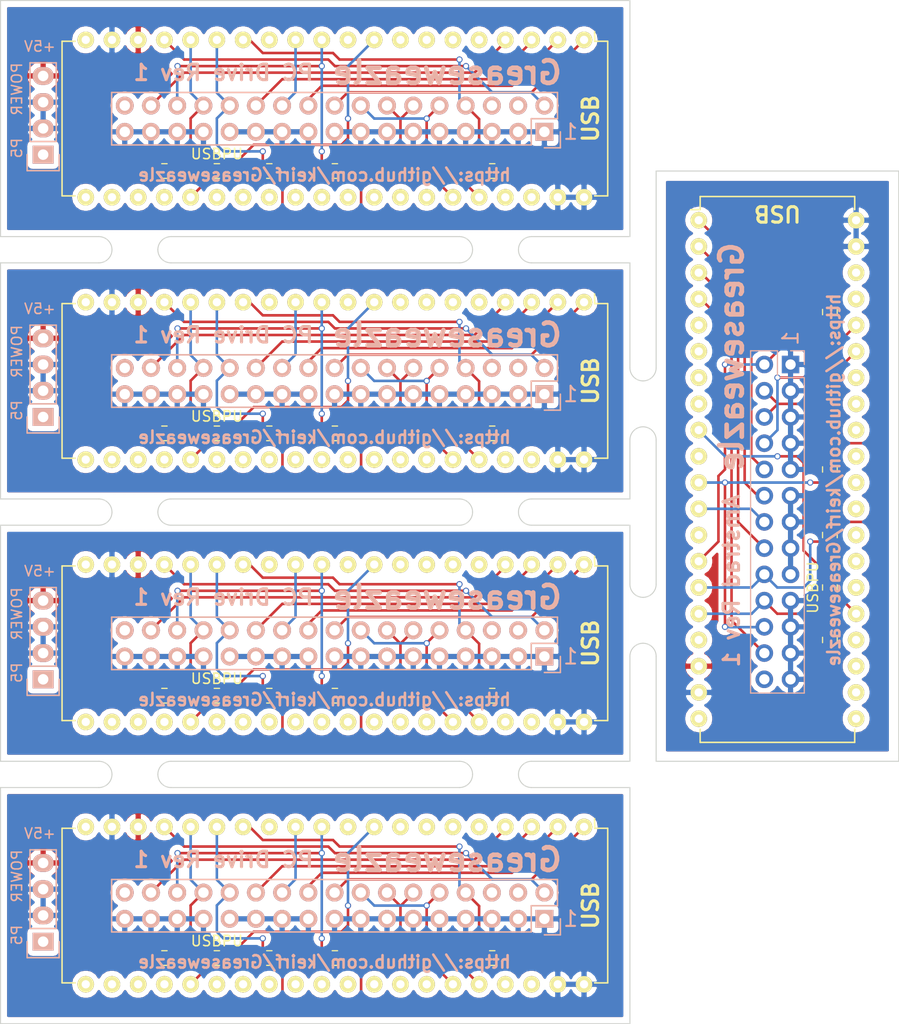
<source format=kicad_pcb>
(kicad_pcb (version 20171130) (host pcbnew 5.0.2-bee76a0~70~ubuntu18.04.1)
  (layers (0 F.Cu signal) (31 B.Cu signal) (34 B.Paste user) (35 F.Paste user) (36 B.SilkS user) (37 F.SilkS user) (38 B.Mask user) (39 F.Mask user) (44 Edge.Cuts user))
  (net 0 "")
  (net 1 +5V)
  (net 2 GND)
  (net 3 /_MTR)
  (net 4 /_INDEX)
  (net 5 /_DIR)
  (net 6 /_STEP)
  (net 7 /_DKWD)
  (net 8 /_DKWE)
  (net 9 /_TRK0)
  (net 10 /_WRPROT)
  (net 11 /_DKRD)
  (net 12 /_SIDE)
  (net 13 /_DENSEL)
  (net 14 /_SEL)
  (net 15 /USB_CONN)
  (net 16 /USB_DP)
  (module Resistor_SMD:R_0805_2012Metric_Pad1.15x1.40mm_HandSolder (layer F.Cu) (at 164.465 110.49 180)
    (fp_text reference "" (at 0 -1.65 180) (layer F.SilkS))
    (fp_text value 1K)
    (pad 2 smd roundrect (at 1.025 0 180) (size 1.15 1.4) (layers F.Cu F.Paste F.Mask) (roundrect_rratio 0.217391) (net 4 /_INDEX))
    (pad 1 smd roundrect (at -1.025 0 180) (size 1.15 1.4) (layers F.Cu F.Paste F.Mask) (roundrect_rratio 0.217391) (net 1 +5V))
  )
  (module Resistor_SMD:R_0805_2012Metric_Pad1.15x1.40mm_HandSolder (layer F.Cu) (at 149.225 110.49 180)
    (fp_text reference "" (at 0 -1.65 180) (layer F.SilkS))
    (fp_text value 1K)
    (pad 2 smd roundrect (at 1.025 0 180) (size 1.15 1.4) (layers F.Cu F.Paste F.Mask) (roundrect_rratio 0.217391) (net 11 /_DKRD))
    (pad 1 smd roundrect (at -1.025 0 180) (size 1.15 1.4) (layers F.Cu F.Paste F.Mask) (roundrect_rratio 0.217391) (net 1 +5V))
  )
  (module Resistor_SMD:R_0805_2012Metric_Pad1.15x1.40mm_HandSolder (layer F.Cu) (at 142.875 110.49 180)
    (fp_text reference "" (at 0 -1.65 180) (layer F.SilkS))
    (fp_text value 1K)
    (pad 2 smd roundrect (at 1.025 0 180) (size 1.15 1.4) (layers F.Cu F.Paste F.Mask) (roundrect_rratio 0.217391) (net 9 /_TRK0))
    (pad 1 smd roundrect (at -1.025 0 180) (size 1.15 1.4) (layers F.Cu F.Paste F.Mask) (roundrect_rratio 0.217391) (net 1 +5V))
  )
  (module Resistor_SMD:R_0805_2012Metric_Pad1.15x1.40mm_HandSolder (layer F.Cu) (at 132.715 110.49)
    (fp_text reference "" (at 0 -1.65) (layer F.SilkS))
    (fp_text value 1K)
    (pad 2 smd roundrect (at 1.025 0) (size 1.15 1.4) (layers F.Cu F.Paste F.Mask) (roundrect_rratio 0.217391) (net 10 /_WRPROT))
    (pad 1 smd roundrect (at -1.025 0) (size 1.15 1.4) (layers F.Cu F.Paste F.Mask) (roundrect_rratio 0.217391) (net 1 +5V))
  )
  (module Resistor_SMD:R_0805_2012Metric_Pad1.15x1.40mm_HandSolder (layer F.Cu) (at 137.795 110.49)
    (fp_text reference USBPU (at 0 -1.65) (layer F.SilkS))
    (fp_text value 1.5K)
    (pad 2 smd roundrect (at 1.025 0) (size 1.15 1.4) (layers F.Cu F.Paste F.Mask) (roundrect_rratio 0.217391) (net 16 /USB_DP))
    (pad 1 smd roundrect (at -1.025 0) (size 1.15 1.4) (layers F.Cu F.Paste F.Mask) (roundrect_rratio 0.217391) (net 15 /USB_CONN))
  )
  (module Housings_DIP:DIP-40_W15.24mm (layer F.Cu) (at 173.355 97.79 270)
    (fp_text reference "" hide)
    (fp_text value "" hide)
    (pad 1 thru_hole oval (at 0 0 270) (size 1.6 1.6) (drill 0.8) (layers *.Cu *.Mask F.SilkS) (net 5 /_DIR))
    (pad 2 thru_hole oval (at 0 2.54 270) (size 1.6 1.6) (drill 0.8) (layers *.Cu *.Mask F.SilkS) (net 6 /_STEP))
    (pad 3 thru_hole oval (at 0 5.08 270) (size 1.6 1.6) (drill 0.8) (layers *.Cu *.Mask F.SilkS) (net 8 /_DKWE))
    (pad 4 thru_hole oval (at 0 7.62 270) (size 1.6 1.6) (drill 0.8) (layers *.Cu *.Mask F.SilkS) (net 12 /_SIDE))
    (pad 5 thru_hole oval (at 0 10.16 270) (size 1.6 1.6) (drill 0.8) (layers *.Cu *.Mask F.SilkS))
    (pad 6 thru_hole oval (at 0 12.7 270) (size 1.6 1.6) (drill 0.8) (layers *.Cu *.Mask F.SilkS))
    (pad 7 thru_hole oval (at 0 15.24 270) (size 1.6 1.6) (drill 0.8) (layers *.Cu *.Mask F.SilkS))
    (pad 8 thru_hole oval (at 0 17.78 270) (size 1.6 1.6) (drill 0.8) (layers *.Cu *.Mask F.SilkS))
    (pad 9 thru_hole oval (at 0 20.32 270) (size 1.6 1.6) (drill 0.8) (layers *.Cu *.Mask F.SilkS) (net 16 /USB_DP))
    (pad 10 thru_hole oval (at 0 22.86 270) (size 1.6 1.6) (drill 0.8) (layers *.Cu *.Mask F.SilkS))
    (pad 11 thru_hole oval (at 0 25.4 270) (size 1.6 1.6) (drill 0.8) (layers *.Cu *.Mask F.SilkS) (net 11 /_DKRD))
    (pad 12 thru_hole oval (at 0 27.94 270) (size 1.6 1.6) (drill 0.8) (layers *.Cu *.Mask F.SilkS) (net 7 /_DKWD))
    (pad 13 thru_hole oval (at 0 30.48 270) (size 1.6 1.6) (drill 0.8) (layers *.Cu *.Mask F.SilkS))
    (pad 14 thru_hole oval (at 0 33.02 270) (size 1.6 1.6) (drill 0.8) (layers *.Cu *.Mask F.SilkS) (net 4 /_INDEX))
    (pad 15 thru_hole oval (at 0 35.56 270) (size 1.6 1.6) (drill 0.8) (layers *.Cu *.Mask F.SilkS) (net 9 /_TRK0))
    (pad 16 thru_hole oval (at 0 38.1 270) (size 1.6 1.6) (drill 0.8) (layers *.Cu *.Mask F.SilkS) (net 10 /_WRPROT))
    (pad 17 thru_hole oval (at 0 40.64 270) (size 1.6 1.6) (drill 0.8) (layers *.Cu *.Mask F.SilkS) (net 13 /_DENSEL))
    (pad 18 thru_hole oval (at 0 43.18 270) (size 1.6 1.6) (drill 0.8) (layers *.Cu *.Mask F.SilkS) (net 1 +5V))
    (pad 19 thru_hole oval (at 0 45.72 270) (size 1.6 1.6) (drill 0.8) (layers *.Cu *.Mask F.SilkS) (net 2 GND))
    (pad 20 thru_hole oval (at 0 48.26 270) (size 1.6 1.6) (drill 0.8) (layers *.Cu *.Mask F.SilkS))
    (pad 21 thru_hole oval (at 15.24 48.26 270) (size 1.6 1.6) (drill 0.8) (layers *.Cu *.Mask F.SilkS))
    (pad 22 thru_hole oval (at 15.24 45.72 270) (size 1.6 1.6) (drill 0.8) (layers *.Cu *.Mask F.SilkS))
    (pad 23 thru_hole oval (at 15.24 43.18 270) (size 1.6 1.6) (drill 0.8) (layers *.Cu *.Mask F.SilkS))
    (pad 24 thru_hole oval (at 15.24 40.64 270) (size 1.6 1.6) (drill 0.8) (layers *.Cu *.Mask F.SilkS))
    (pad 25 thru_hole oval (at 15.24 38.1 270) (size 1.6 1.6) (drill 0.8) (layers *.Cu *.Mask F.SilkS) (net 15 /USB_CONN))
    (pad 26 thru_hole oval (at 15.24 35.56 270) (size 1.6 1.6) (drill 0.8) (layers *.Cu *.Mask F.SilkS))
    (pad 27 thru_hole oval (at 15.24 33.02 270) (size 1.6 1.6) (drill 0.8) (layers *.Cu *.Mask F.SilkS))
    (pad 28 thru_hole oval (at 15.24 30.48 270) (size 1.6 1.6) (drill 0.8) (layers *.Cu *.Mask F.SilkS))
    (pad 29 thru_hole oval (at 15.24 27.94 270) (size 1.6 1.6) (drill 0.8) (layers *.Cu *.Mask F.SilkS))
    (pad 30 thru_hole oval (at 15.24 25.4 270) (size 1.6 1.6) (drill 0.8) (layers *.Cu *.Mask F.SilkS))
    (pad 31 thru_hole oval (at 15.24 22.86 270) (size 1.6 1.6) (drill 0.8) (layers *.Cu *.Mask F.SilkS))
    (pad 32 thru_hole oval (at 15.24 20.32 270) (size 1.6 1.6) (drill 0.8) (layers *.Cu *.Mask F.SilkS))
    (pad 33 thru_hole oval (at 15.24 17.78 270) (size 1.6 1.6) (drill 0.8) (layers *.Cu *.Mask F.SilkS))
    (pad 34 thru_hole oval (at 15.24 15.24 270) (size 1.6 1.6) (drill 0.8) (layers *.Cu *.Mask F.SilkS))
    (pad 35 thru_hole oval (at 15.24 12.7 270) (size 1.6 1.6) (drill 0.8) (layers *.Cu *.Mask F.SilkS) (net 14 /_SEL))
    (pad 36 thru_hole oval (at 15.24 10.16 270) (size 1.6 1.6) (drill 0.8) (layers *.Cu *.Mask F.SilkS) (net 3 /_MTR))
    (pad 37 thru_hole oval (at 15.24 7.62 270) (size 1.6 1.6) (drill 0.8) (layers *.Cu *.Mask F.SilkS))
    (pad 38 thru_hole oval (at 15.24 5.08 270) (size 1.6 1.6) (drill 0.8) (layers *.Cu *.Mask F.SilkS))
    (pad 39 thru_hole oval (at 15.24 2.54 270) (size 1.6 1.6) (drill 0.8) (layers *.Cu *.Mask F.SilkS) (net 2 GND))
    (pad 40 thru_hole oval (at 15.24 0 270) (size 1.6 1.6) (drill 0.8) (layers *.Cu *.Mask F.SilkS) (net 2 GND))
  )
  (module Pin_Headers:Pin_Header_Straight_1x04 (layer B.Cu) (at 120.9675 108.9025)
    (fp_text reference P5 (at -2.54 -0.635 270) (layer B.SilkS) (effects (justify mirror)))
    (fp_text value POWER (at -2.54 -6.35 270) (layer B.SilkS) (effects (justify mirror)))
    (pad 1 thru_hole rect (at 0 0) (size 2.032 1.7272) (drill 1.016) (layers *.Cu *.Mask B.SilkS))
    (pad 2 thru_hole oval (at 0 -2.54) (size 2.032 1.7272) (drill 1.016) (layers *.Cu *.Mask B.SilkS) (net 2 GND))
    (pad 3 thru_hole oval (at 0 -5.08) (size 2.032 1.7272) (drill 1.016) (layers *.Cu *.Mask B.SilkS) (net 2 GND))
    (pad 4 thru_hole oval (at 0 -7.62) (size 2.032 1.7272) (drill 1.016) (layers *.Cu *.Mask B.SilkS) (net 1 +5V))
  )
  (module Pin_Headers:Pin_Header_Straight_2x17 (layer B.Cu) (at 169.514 106.69284 90)
    (fp_text reference "" (at 3.175 3.175 180) (layer B.SilkS) (effects (justify mirror)))
    (fp_text value "" (at -2.54 -20.32 180) (layer B.SilkS) (effects (justify mirror)))
    (pad 1 thru_hole rect (at 0 0 90) (size 1.7272 1.7272) (drill 1.016) (layers *.Cu *.Mask B.SilkS) (net 2 GND))
    (pad 2 thru_hole oval (at 2.54 0 90) (size 1.7272 1.7272) (drill 1.016) (layers *.Cu *.Mask B.SilkS) (net 13 /_DENSEL))
    (pad 3 thru_hole oval (at 0 -2.54 90) (size 1.7272 1.7272) (drill 1.016) (layers *.Cu *.Mask B.SilkS) (net 2 GND))
    (pad 4 thru_hole oval (at 2.54 -2.54 90) (size 1.7272 1.7272) (drill 1.016) (layers *.Cu *.Mask B.SilkS))
    (pad 5 thru_hole oval (at 0 -5.08 90) (size 1.7272 1.7272) (drill 1.016) (layers *.Cu *.Mask B.SilkS) (net 2 GND))
    (pad 6 thru_hole oval (at 2.54 -5.08 90) (size 1.7272 1.7272) (drill 1.016) (layers *.Cu *.Mask B.SilkS))
    (pad 7 thru_hole oval (at 0 -7.62 90) (size 1.7272 1.7272) (drill 1.016) (layers *.Cu *.Mask B.SilkS) (net 2 GND))
    (pad 8 thru_hole oval (at 2.54 -7.62 90) (size 1.7272 1.7272) (drill 1.016) (layers *.Cu *.Mask B.SilkS) (net 4 /_INDEX))
    (pad 9 thru_hole oval (at 0 -10.16 90) (size 1.7272 1.7272) (drill 1.016) (layers *.Cu *.Mask B.SilkS) (net 2 GND))
    (pad 10 thru_hole oval (at 2.54 -10.16 90) (size 1.7272 1.7272) (drill 1.016) (layers *.Cu *.Mask B.SilkS) (net 3 /_MTR))
    (pad 11 thru_hole oval (at 0 -12.7 90) (size 1.7272 1.7272) (drill 1.016) (layers *.Cu *.Mask B.SilkS) (net 2 GND))
    (pad 12 thru_hole oval (at 2.54 -12.7 90) (size 1.7272 1.7272) (drill 1.016) (layers *.Cu *.Mask B.SilkS) (net 14 /_SEL))
    (pad 13 thru_hole oval (at 0 -15.24 90) (size 1.7272 1.7272) (drill 1.016) (layers *.Cu *.Mask B.SilkS) (net 2 GND))
    (pad 14 thru_hole oval (at 2.54 -15.24 90) (size 1.7272 1.7272) (drill 1.016) (layers *.Cu *.Mask B.SilkS) (net 14 /_SEL))
    (pad 15 thru_hole oval (at 0 -17.78 90) (size 1.7272 1.7272) (drill 1.016) (layers *.Cu *.Mask B.SilkS) (net 2 GND))
    (pad 16 thru_hole oval (at 2.54 -17.78 90) (size 1.7272 1.7272) (drill 1.016) (layers *.Cu *.Mask B.SilkS) (net 3 /_MTR))
    (pad 17 thru_hole oval (at 0 -20.32 90) (size 1.7272 1.7272) (drill 1.016) (layers *.Cu *.Mask B.SilkS) (net 2 GND))
    (pad 18 thru_hole oval (at 2.54 -20.32 90) (size 1.7272 1.7272) (drill 1.016) (layers *.Cu *.Mask B.SilkS) (net 5 /_DIR))
    (pad 19 thru_hole oval (at 0 -22.86 90) (size 1.7272 1.7272) (drill 1.016) (layers *.Cu *.Mask B.SilkS) (net 2 GND))
    (pad 20 thru_hole oval (at 2.54 -22.86 90) (size 1.7272 1.7272) (drill 1.016) (layers *.Cu *.Mask B.SilkS) (net 6 /_STEP))
    (pad 21 thru_hole oval (at 0 -25.4 90) (size 1.7272 1.7272) (drill 1.016) (layers *.Cu *.Mask B.SilkS) (net 2 GND))
    (pad 22 thru_hole oval (at 2.54 -25.4 90) (size 1.7272 1.7272) (drill 1.016) (layers *.Cu *.Mask B.SilkS) (net 7 /_DKWD))
    (pad 23 thru_hole oval (at 0 -27.94 90) (size 1.7272 1.7272) (drill 1.016) (layers *.Cu *.Mask B.SilkS) (net 2 GND))
    (pad 24 thru_hole oval (at 2.54 -27.94 90) (size 1.7272 1.7272) (drill 1.016) (layers *.Cu *.Mask B.SilkS) (net 8 /_DKWE))
    (pad 25 thru_hole oval (at 0 -30.48 90) (size 1.7272 1.7272) (drill 1.016) (layers *.Cu *.Mask B.SilkS) (net 2 GND))
    (pad 26 thru_hole oval (at 2.54 -30.48 90) (size 1.7272 1.7272) (drill 1.016) (layers *.Cu *.Mask B.SilkS) (net 9 /_TRK0))
    (pad 27 thru_hole oval (at 0 -33.02 90) (size 1.7272 1.7272) (drill 1.016) (layers *.Cu *.Mask B.SilkS) (net 2 GND))
    (pad 28 thru_hole oval (at 2.54 -33.02 90) (size 1.7272 1.7272) (drill 1.016) (layers *.Cu *.Mask B.SilkS) (net 10 /_WRPROT))
    (pad 29 thru_hole oval (at 0 -35.56 90) (size 1.7272 1.7272) (drill 1.016) (layers *.Cu *.Mask B.SilkS) (net 2 GND))
    (pad 30 thru_hole oval (at 2.54 -35.56 90) (size 1.7272 1.7272) (drill 1.016) (layers *.Cu *.Mask B.SilkS) (net 11 /_DKRD))
    (pad 31 thru_hole oval (at 0 -38.1 90) (size 1.7272 1.7272) (drill 1.016) (layers *.Cu *.Mask B.SilkS) (net 2 GND))
    (pad 32 thru_hole oval (at 2.54 -38.1 90) (size 1.7272 1.7272) (drill 1.016) (layers *.Cu *.Mask B.SilkS) (net 12 /_SIDE))
    (pad 33 thru_hole oval (at 0 -40.64 90) (size 1.7272 1.7272) (drill 1.016) (layers *.Cu *.Mask B.SilkS) (net 2 GND))
    (pad 34 thru_hole oval (at 2.54 -40.64 90) (size 1.7272 1.7272) (drill 1.016) (layers *.Cu *.Mask B.SilkS))
  )
  (module Resistor_SMD:R_0805_2012Metric_Pad1.15x1.40mm_HandSolder (layer F.Cu) (at 164.465 85.09 180)
    (fp_text reference "" (at 0 -1.65 180) (layer F.SilkS))
    (fp_text value 1K)
    (pad 2 smd roundrect (at 1.025 0 180) (size 1.15 1.4) (layers F.Cu F.Paste F.Mask) (roundrect_rratio 0.217391) (net 4 /_INDEX))
    (pad 1 smd roundrect (at -1.025 0 180) (size 1.15 1.4) (layers F.Cu F.Paste F.Mask) (roundrect_rratio 0.217391) (net 1 +5V))
  )
  (module Resistor_SMD:R_0805_2012Metric_Pad1.15x1.40mm_HandSolder (layer F.Cu) (at 149.225 85.09 180)
    (fp_text reference "" (at 0 -1.65 180) (layer F.SilkS))
    (fp_text value 1K)
    (pad 2 smd roundrect (at 1.025 0 180) (size 1.15 1.4) (layers F.Cu F.Paste F.Mask) (roundrect_rratio 0.217391) (net 11 /_DKRD))
    (pad 1 smd roundrect (at -1.025 0 180) (size 1.15 1.4) (layers F.Cu F.Paste F.Mask) (roundrect_rratio 0.217391) (net 1 +5V))
  )
  (module Resistor_SMD:R_0805_2012Metric_Pad1.15x1.40mm_HandSolder (layer F.Cu) (at 142.875 85.09 180)
    (fp_text reference "" (at 0 -1.65 180) (layer F.SilkS))
    (fp_text value 1K)
    (pad 2 smd roundrect (at 1.025 0 180) (size 1.15 1.4) (layers F.Cu F.Paste F.Mask) (roundrect_rratio 0.217391) (net 9 /_TRK0))
    (pad 1 smd roundrect (at -1.025 0 180) (size 1.15 1.4) (layers F.Cu F.Paste F.Mask) (roundrect_rratio 0.217391) (net 1 +5V))
  )
  (module Resistor_SMD:R_0805_2012Metric_Pad1.15x1.40mm_HandSolder (layer F.Cu) (at 132.715 85.09)
    (fp_text reference "" (at 0 -1.65) (layer F.SilkS))
    (fp_text value 1K)
    (pad 2 smd roundrect (at 1.025 0) (size 1.15 1.4) (layers F.Cu F.Paste F.Mask) (roundrect_rratio 0.217391) (net 10 /_WRPROT))
    (pad 1 smd roundrect (at -1.025 0) (size 1.15 1.4) (layers F.Cu F.Paste F.Mask) (roundrect_rratio 0.217391) (net 1 +5V))
  )
  (module Resistor_SMD:R_0805_2012Metric_Pad1.15x1.40mm_HandSolder (layer F.Cu) (at 137.795 85.09)
    (fp_text reference USBPU (at 0 -1.65) (layer F.SilkS))
    (fp_text value 1.5K)
    (pad 2 smd roundrect (at 1.025 0) (size 1.15 1.4) (layers F.Cu F.Paste F.Mask) (roundrect_rratio 0.217391) (net 16 /USB_DP))
    (pad 1 smd roundrect (at -1.025 0) (size 1.15 1.4) (layers F.Cu F.Paste F.Mask) (roundrect_rratio 0.217391) (net 15 /USB_CONN))
  )
  (module Housings_DIP:DIP-40_W15.24mm (layer F.Cu) (at 173.355 72.39 270)
    (fp_text reference "" hide)
    (fp_text value "" hide)
    (pad 1 thru_hole oval (at 0 0 270) (size 1.6 1.6) (drill 0.8) (layers *.Cu *.Mask F.SilkS) (net 5 /_DIR))
    (pad 2 thru_hole oval (at 0 2.54 270) (size 1.6 1.6) (drill 0.8) (layers *.Cu *.Mask F.SilkS) (net 6 /_STEP))
    (pad 3 thru_hole oval (at 0 5.08 270) (size 1.6 1.6) (drill 0.8) (layers *.Cu *.Mask F.SilkS) (net 8 /_DKWE))
    (pad 4 thru_hole oval (at 0 7.62 270) (size 1.6 1.6) (drill 0.8) (layers *.Cu *.Mask F.SilkS) (net 12 /_SIDE))
    (pad 5 thru_hole oval (at 0 10.16 270) (size 1.6 1.6) (drill 0.8) (layers *.Cu *.Mask F.SilkS))
    (pad 6 thru_hole oval (at 0 12.7 270) (size 1.6 1.6) (drill 0.8) (layers *.Cu *.Mask F.SilkS))
    (pad 7 thru_hole oval (at 0 15.24 270) (size 1.6 1.6) (drill 0.8) (layers *.Cu *.Mask F.SilkS))
    (pad 8 thru_hole oval (at 0 17.78 270) (size 1.6 1.6) (drill 0.8) (layers *.Cu *.Mask F.SilkS))
    (pad 9 thru_hole oval (at 0 20.32 270) (size 1.6 1.6) (drill 0.8) (layers *.Cu *.Mask F.SilkS) (net 16 /USB_DP))
    (pad 10 thru_hole oval (at 0 22.86 270) (size 1.6 1.6) (drill 0.8) (layers *.Cu *.Mask F.SilkS))
    (pad 11 thru_hole oval (at 0 25.4 270) (size 1.6 1.6) (drill 0.8) (layers *.Cu *.Mask F.SilkS) (net 11 /_DKRD))
    (pad 12 thru_hole oval (at 0 27.94 270) (size 1.6 1.6) (drill 0.8) (layers *.Cu *.Mask F.SilkS) (net 7 /_DKWD))
    (pad 13 thru_hole oval (at 0 30.48 270) (size 1.6 1.6) (drill 0.8) (layers *.Cu *.Mask F.SilkS))
    (pad 14 thru_hole oval (at 0 33.02 270) (size 1.6 1.6) (drill 0.8) (layers *.Cu *.Mask F.SilkS) (net 4 /_INDEX))
    (pad 15 thru_hole oval (at 0 35.56 270) (size 1.6 1.6) (drill 0.8) (layers *.Cu *.Mask F.SilkS) (net 9 /_TRK0))
    (pad 16 thru_hole oval (at 0 38.1 270) (size 1.6 1.6) (drill 0.8) (layers *.Cu *.Mask F.SilkS) (net 10 /_WRPROT))
    (pad 17 thru_hole oval (at 0 40.64 270) (size 1.6 1.6) (drill 0.8) (layers *.Cu *.Mask F.SilkS) (net 13 /_DENSEL))
    (pad 18 thru_hole oval (at 0 43.18 270) (size 1.6 1.6) (drill 0.8) (layers *.Cu *.Mask F.SilkS) (net 1 +5V))
    (pad 19 thru_hole oval (at 0 45.72 270) (size 1.6 1.6) (drill 0.8) (layers *.Cu *.Mask F.SilkS) (net 2 GND))
    (pad 20 thru_hole oval (at 0 48.26 270) (size 1.6 1.6) (drill 0.8) (layers *.Cu *.Mask F.SilkS))
    (pad 21 thru_hole oval (at 15.24 48.26 270) (size 1.6 1.6) (drill 0.8) (layers *.Cu *.Mask F.SilkS))
    (pad 22 thru_hole oval (at 15.24 45.72 270) (size 1.6 1.6) (drill 0.8) (layers *.Cu *.Mask F.SilkS))
    (pad 23 thru_hole oval (at 15.24 43.18 270) (size 1.6 1.6) (drill 0.8) (layers *.Cu *.Mask F.SilkS))
    (pad 24 thru_hole oval (at 15.24 40.64 270) (size 1.6 1.6) (drill 0.8) (layers *.Cu *.Mask F.SilkS))
    (pad 25 thru_hole oval (at 15.24 38.1 270) (size 1.6 1.6) (drill 0.8) (layers *.Cu *.Mask F.SilkS) (net 15 /USB_CONN))
    (pad 26 thru_hole oval (at 15.24 35.56 270) (size 1.6 1.6) (drill 0.8) (layers *.Cu *.Mask F.SilkS))
    (pad 27 thru_hole oval (at 15.24 33.02 270) (size 1.6 1.6) (drill 0.8) (layers *.Cu *.Mask F.SilkS))
    (pad 28 thru_hole oval (at 15.24 30.48 270) (size 1.6 1.6) (drill 0.8) (layers *.Cu *.Mask F.SilkS))
    (pad 29 thru_hole oval (at 15.24 27.94 270) (size 1.6 1.6) (drill 0.8) (layers *.Cu *.Mask F.SilkS))
    (pad 30 thru_hole oval (at 15.24 25.4 270) (size 1.6 1.6) (drill 0.8) (layers *.Cu *.Mask F.SilkS))
    (pad 31 thru_hole oval (at 15.24 22.86 270) (size 1.6 1.6) (drill 0.8) (layers *.Cu *.Mask F.SilkS))
    (pad 32 thru_hole oval (at 15.24 20.32 270) (size 1.6 1.6) (drill 0.8) (layers *.Cu *.Mask F.SilkS))
    (pad 33 thru_hole oval (at 15.24 17.78 270) (size 1.6 1.6) (drill 0.8) (layers *.Cu *.Mask F.SilkS))
    (pad 34 thru_hole oval (at 15.24 15.24 270) (size 1.6 1.6) (drill 0.8) (layers *.Cu *.Mask F.SilkS))
    (pad 35 thru_hole oval (at 15.24 12.7 270) (size 1.6 1.6) (drill 0.8) (layers *.Cu *.Mask F.SilkS) (net 14 /_SEL))
    (pad 36 thru_hole oval (at 15.24 10.16 270) (size 1.6 1.6) (drill 0.8) (layers *.Cu *.Mask F.SilkS) (net 3 /_MTR))
    (pad 37 thru_hole oval (at 15.24 7.62 270) (size 1.6 1.6) (drill 0.8) (layers *.Cu *.Mask F.SilkS))
    (pad 38 thru_hole oval (at 15.24 5.08 270) (size 1.6 1.6) (drill 0.8) (layers *.Cu *.Mask F.SilkS))
    (pad 39 thru_hole oval (at 15.24 2.54 270) (size 1.6 1.6) (drill 0.8) (layers *.Cu *.Mask F.SilkS) (net 2 GND))
    (pad 40 thru_hole oval (at 15.24 0 270) (size 1.6 1.6) (drill 0.8) (layers *.Cu *.Mask F.SilkS) (net 2 GND))
  )
  (module Pin_Headers:Pin_Header_Straight_1x04 (layer B.Cu) (at 120.9675 83.5025)
    (fp_text reference P5 (at -2.54 -0.635 270) (layer B.SilkS) (effects (justify mirror)))
    (fp_text value POWER (at -2.54 -6.35 270) (layer B.SilkS) (effects (justify mirror)))
    (pad 1 thru_hole rect (at 0 0) (size 2.032 1.7272) (drill 1.016) (layers *.Cu *.Mask B.SilkS))
    (pad 2 thru_hole oval (at 0 -2.54) (size 2.032 1.7272) (drill 1.016) (layers *.Cu *.Mask B.SilkS) (net 2 GND))
    (pad 3 thru_hole oval (at 0 -5.08) (size 2.032 1.7272) (drill 1.016) (layers *.Cu *.Mask B.SilkS) (net 2 GND))
    (pad 4 thru_hole oval (at 0 -7.62) (size 2.032 1.7272) (drill 1.016) (layers *.Cu *.Mask B.SilkS) (net 1 +5V))
  )
  (module Pin_Headers:Pin_Header_Straight_2x17 (layer B.Cu) (at 169.514 81.29284 90)
    (fp_text reference "" (at 3.175 3.175 180) (layer B.SilkS) (effects (justify mirror)))
    (fp_text value "" (at -2.54 -20.32 180) (layer B.SilkS) (effects (justify mirror)))
    (pad 1 thru_hole rect (at 0 0 90) (size 1.7272 1.7272) (drill 1.016) (layers *.Cu *.Mask B.SilkS) (net 2 GND))
    (pad 2 thru_hole oval (at 2.54 0 90) (size 1.7272 1.7272) (drill 1.016) (layers *.Cu *.Mask B.SilkS) (net 13 /_DENSEL))
    (pad 3 thru_hole oval (at 0 -2.54 90) (size 1.7272 1.7272) (drill 1.016) (layers *.Cu *.Mask B.SilkS) (net 2 GND))
    (pad 4 thru_hole oval (at 2.54 -2.54 90) (size 1.7272 1.7272) (drill 1.016) (layers *.Cu *.Mask B.SilkS))
    (pad 5 thru_hole oval (at 0 -5.08 90) (size 1.7272 1.7272) (drill 1.016) (layers *.Cu *.Mask B.SilkS) (net 2 GND))
    (pad 6 thru_hole oval (at 2.54 -5.08 90) (size 1.7272 1.7272) (drill 1.016) (layers *.Cu *.Mask B.SilkS))
    (pad 7 thru_hole oval (at 0 -7.62 90) (size 1.7272 1.7272) (drill 1.016) (layers *.Cu *.Mask B.SilkS) (net 2 GND))
    (pad 8 thru_hole oval (at 2.54 -7.62 90) (size 1.7272 1.7272) (drill 1.016) (layers *.Cu *.Mask B.SilkS) (net 4 /_INDEX))
    (pad 9 thru_hole oval (at 0 -10.16 90) (size 1.7272 1.7272) (drill 1.016) (layers *.Cu *.Mask B.SilkS) (net 2 GND))
    (pad 10 thru_hole oval (at 2.54 -10.16 90) (size 1.7272 1.7272) (drill 1.016) (layers *.Cu *.Mask B.SilkS) (net 3 /_MTR))
    (pad 11 thru_hole oval (at 0 -12.7 90) (size 1.7272 1.7272) (drill 1.016) (layers *.Cu *.Mask B.SilkS) (net 2 GND))
    (pad 12 thru_hole oval (at 2.54 -12.7 90) (size 1.7272 1.7272) (drill 1.016) (layers *.Cu *.Mask B.SilkS) (net 14 /_SEL))
    (pad 13 thru_hole oval (at 0 -15.24 90) (size 1.7272 1.7272) (drill 1.016) (layers *.Cu *.Mask B.SilkS) (net 2 GND))
    (pad 14 thru_hole oval (at 2.54 -15.24 90) (size 1.7272 1.7272) (drill 1.016) (layers *.Cu *.Mask B.SilkS) (net 14 /_SEL))
    (pad 15 thru_hole oval (at 0 -17.78 90) (size 1.7272 1.7272) (drill 1.016) (layers *.Cu *.Mask B.SilkS) (net 2 GND))
    (pad 16 thru_hole oval (at 2.54 -17.78 90) (size 1.7272 1.7272) (drill 1.016) (layers *.Cu *.Mask B.SilkS) (net 3 /_MTR))
    (pad 17 thru_hole oval (at 0 -20.32 90) (size 1.7272 1.7272) (drill 1.016) (layers *.Cu *.Mask B.SilkS) (net 2 GND))
    (pad 18 thru_hole oval (at 2.54 -20.32 90) (size 1.7272 1.7272) (drill 1.016) (layers *.Cu *.Mask B.SilkS) (net 5 /_DIR))
    (pad 19 thru_hole oval (at 0 -22.86 90) (size 1.7272 1.7272) (drill 1.016) (layers *.Cu *.Mask B.SilkS) (net 2 GND))
    (pad 20 thru_hole oval (at 2.54 -22.86 90) (size 1.7272 1.7272) (drill 1.016) (layers *.Cu *.Mask B.SilkS) (net 6 /_STEP))
    (pad 21 thru_hole oval (at 0 -25.4 90) (size 1.7272 1.7272) (drill 1.016) (layers *.Cu *.Mask B.SilkS) (net 2 GND))
    (pad 22 thru_hole oval (at 2.54 -25.4 90) (size 1.7272 1.7272) (drill 1.016) (layers *.Cu *.Mask B.SilkS) (net 7 /_DKWD))
    (pad 23 thru_hole oval (at 0 -27.94 90) (size 1.7272 1.7272) (drill 1.016) (layers *.Cu *.Mask B.SilkS) (net 2 GND))
    (pad 24 thru_hole oval (at 2.54 -27.94 90) (size 1.7272 1.7272) (drill 1.016) (layers *.Cu *.Mask B.SilkS) (net 8 /_DKWE))
    (pad 25 thru_hole oval (at 0 -30.48 90) (size 1.7272 1.7272) (drill 1.016) (layers *.Cu *.Mask B.SilkS) (net 2 GND))
    (pad 26 thru_hole oval (at 2.54 -30.48 90) (size 1.7272 1.7272) (drill 1.016) (layers *.Cu *.Mask B.SilkS) (net 9 /_TRK0))
    (pad 27 thru_hole oval (at 0 -33.02 90) (size 1.7272 1.7272) (drill 1.016) (layers *.Cu *.Mask B.SilkS) (net 2 GND))
    (pad 28 thru_hole oval (at 2.54 -33.02 90) (size 1.7272 1.7272) (drill 1.016) (layers *.Cu *.Mask B.SilkS) (net 10 /_WRPROT))
    (pad 29 thru_hole oval (at 0 -35.56 90) (size 1.7272 1.7272) (drill 1.016) (layers *.Cu *.Mask B.SilkS) (net 2 GND))
    (pad 30 thru_hole oval (at 2.54 -35.56 90) (size 1.7272 1.7272) (drill 1.016) (layers *.Cu *.Mask B.SilkS) (net 11 /_DKRD))
    (pad 31 thru_hole oval (at 0 -38.1 90) (size 1.7272 1.7272) (drill 1.016) (layers *.Cu *.Mask B.SilkS) (net 2 GND))
    (pad 32 thru_hole oval (at 2.54 -38.1 90) (size 1.7272 1.7272) (drill 1.016) (layers *.Cu *.Mask B.SilkS) (net 12 /_SIDE))
    (pad 33 thru_hole oval (at 0 -40.64 90) (size 1.7272 1.7272) (drill 1.016) (layers *.Cu *.Mask B.SilkS) (net 2 GND))
    (pad 34 thru_hole oval (at 2.54 -40.64 90) (size 1.7272 1.7272) (drill 1.016) (layers *.Cu *.Mask B.SilkS))
  )
  (module Resistor_SMD:R_0805_2012Metric_Pad1.15x1.40mm_HandSolder (layer F.Cu) (at 164.465 135.89 180)
    (fp_text reference "" (at 0 -1.65 180) (layer F.SilkS))
    (fp_text value 1K)
    (pad 2 smd roundrect (at 1.025 0 180) (size 1.15 1.4) (layers F.Cu F.Paste F.Mask) (roundrect_rratio 0.217391) (net 4 /_INDEX))
    (pad 1 smd roundrect (at -1.025 0 180) (size 1.15 1.4) (layers F.Cu F.Paste F.Mask) (roundrect_rratio 0.217391) (net 1 +5V))
  )
  (module Resistor_SMD:R_0805_2012Metric_Pad1.15x1.40mm_HandSolder (layer F.Cu) (at 149.225 135.89 180)
    (fp_text reference "" (at 0 -1.65 180) (layer F.SilkS))
    (fp_text value 1K)
    (pad 2 smd roundrect (at 1.025 0 180) (size 1.15 1.4) (layers F.Cu F.Paste F.Mask) (roundrect_rratio 0.217391) (net 11 /_DKRD))
    (pad 1 smd roundrect (at -1.025 0 180) (size 1.15 1.4) (layers F.Cu F.Paste F.Mask) (roundrect_rratio 0.217391) (net 1 +5V))
  )
  (module Resistor_SMD:R_0805_2012Metric_Pad1.15x1.40mm_HandSolder (layer F.Cu) (at 142.875 135.89 180)
    (fp_text reference "" (at 0 -1.65 180) (layer F.SilkS))
    (fp_text value 1K)
    (pad 2 smd roundrect (at 1.025 0 180) (size 1.15 1.4) (layers F.Cu F.Paste F.Mask) (roundrect_rratio 0.217391) (net 9 /_TRK0))
    (pad 1 smd roundrect (at -1.025 0 180) (size 1.15 1.4) (layers F.Cu F.Paste F.Mask) (roundrect_rratio 0.217391) (net 1 +5V))
  )
  (module Resistor_SMD:R_0805_2012Metric_Pad1.15x1.40mm_HandSolder (layer F.Cu) (at 132.715 135.89)
    (fp_text reference "" (at 0 -1.65) (layer F.SilkS))
    (fp_text value 1K)
    (pad 2 smd roundrect (at 1.025 0) (size 1.15 1.4) (layers F.Cu F.Paste F.Mask) (roundrect_rratio 0.217391) (net 10 /_WRPROT))
    (pad 1 smd roundrect (at -1.025 0) (size 1.15 1.4) (layers F.Cu F.Paste F.Mask) (roundrect_rratio 0.217391) (net 1 +5V))
  )
  (module Resistor_SMD:R_0805_2012Metric_Pad1.15x1.40mm_HandSolder (layer F.Cu) (at 137.795 135.89)
    (fp_text reference USBPU (at 0 -1.65) (layer F.SilkS))
    (fp_text value 1.5K)
    (pad 2 smd roundrect (at 1.025 0) (size 1.15 1.4) (layers F.Cu F.Paste F.Mask) (roundrect_rratio 0.217391) (net 16 /USB_DP))
    (pad 1 smd roundrect (at -1.025 0) (size 1.15 1.4) (layers F.Cu F.Paste F.Mask) (roundrect_rratio 0.217391) (net 15 /USB_CONN))
  )
  (module Housings_DIP:DIP-40_W15.24mm (layer F.Cu) (at 173.355 123.19 270)
    (fp_text reference "" hide)
    (fp_text value "" hide)
    (pad 1 thru_hole oval (at 0 0 270) (size 1.6 1.6) (drill 0.8) (layers *.Cu *.Mask F.SilkS) (net 5 /_DIR))
    (pad 2 thru_hole oval (at 0 2.54 270) (size 1.6 1.6) (drill 0.8) (layers *.Cu *.Mask F.SilkS) (net 6 /_STEP))
    (pad 3 thru_hole oval (at 0 5.08 270) (size 1.6 1.6) (drill 0.8) (layers *.Cu *.Mask F.SilkS) (net 8 /_DKWE))
    (pad 4 thru_hole oval (at 0 7.62 270) (size 1.6 1.6) (drill 0.8) (layers *.Cu *.Mask F.SilkS) (net 12 /_SIDE))
    (pad 5 thru_hole oval (at 0 10.16 270) (size 1.6 1.6) (drill 0.8) (layers *.Cu *.Mask F.SilkS))
    (pad 6 thru_hole oval (at 0 12.7 270) (size 1.6 1.6) (drill 0.8) (layers *.Cu *.Mask F.SilkS))
    (pad 7 thru_hole oval (at 0 15.24 270) (size 1.6 1.6) (drill 0.8) (layers *.Cu *.Mask F.SilkS))
    (pad 8 thru_hole oval (at 0 17.78 270) (size 1.6 1.6) (drill 0.8) (layers *.Cu *.Mask F.SilkS))
    (pad 9 thru_hole oval (at 0 20.32 270) (size 1.6 1.6) (drill 0.8) (layers *.Cu *.Mask F.SilkS) (net 16 /USB_DP))
    (pad 10 thru_hole oval (at 0 22.86 270) (size 1.6 1.6) (drill 0.8) (layers *.Cu *.Mask F.SilkS))
    (pad 11 thru_hole oval (at 0 25.4 270) (size 1.6 1.6) (drill 0.8) (layers *.Cu *.Mask F.SilkS) (net 11 /_DKRD))
    (pad 12 thru_hole oval (at 0 27.94 270) (size 1.6 1.6) (drill 0.8) (layers *.Cu *.Mask F.SilkS) (net 7 /_DKWD))
    (pad 13 thru_hole oval (at 0 30.48 270) (size 1.6 1.6) (drill 0.8) (layers *.Cu *.Mask F.SilkS))
    (pad 14 thru_hole oval (at 0 33.02 270) (size 1.6 1.6) (drill 0.8) (layers *.Cu *.Mask F.SilkS) (net 4 /_INDEX))
    (pad 15 thru_hole oval (at 0 35.56 270) (size 1.6 1.6) (drill 0.8) (layers *.Cu *.Mask F.SilkS) (net 9 /_TRK0))
    (pad 16 thru_hole oval (at 0 38.1 270) (size 1.6 1.6) (drill 0.8) (layers *.Cu *.Mask F.SilkS) (net 10 /_WRPROT))
    (pad 17 thru_hole oval (at 0 40.64 270) (size 1.6 1.6) (drill 0.8) (layers *.Cu *.Mask F.SilkS) (net 13 /_DENSEL))
    (pad 18 thru_hole oval (at 0 43.18 270) (size 1.6 1.6) (drill 0.8) (layers *.Cu *.Mask F.SilkS) (net 1 +5V))
    (pad 19 thru_hole oval (at 0 45.72 270) (size 1.6 1.6) (drill 0.8) (layers *.Cu *.Mask F.SilkS) (net 2 GND))
    (pad 20 thru_hole oval (at 0 48.26 270) (size 1.6 1.6) (drill 0.8) (layers *.Cu *.Mask F.SilkS))
    (pad 21 thru_hole oval (at 15.24 48.26 270) (size 1.6 1.6) (drill 0.8) (layers *.Cu *.Mask F.SilkS))
    (pad 22 thru_hole oval (at 15.24 45.72 270) (size 1.6 1.6) (drill 0.8) (layers *.Cu *.Mask F.SilkS))
    (pad 23 thru_hole oval (at 15.24 43.18 270) (size 1.6 1.6) (drill 0.8) (layers *.Cu *.Mask F.SilkS))
    (pad 24 thru_hole oval (at 15.24 40.64 270) (size 1.6 1.6) (drill 0.8) (layers *.Cu *.Mask F.SilkS))
    (pad 25 thru_hole oval (at 15.24 38.1 270) (size 1.6 1.6) (drill 0.8) (layers *.Cu *.Mask F.SilkS) (net 15 /USB_CONN))
    (pad 26 thru_hole oval (at 15.24 35.56 270) (size 1.6 1.6) (drill 0.8) (layers *.Cu *.Mask F.SilkS))
    (pad 27 thru_hole oval (at 15.24 33.02 270) (size 1.6 1.6) (drill 0.8) (layers *.Cu *.Mask F.SilkS))
    (pad 28 thru_hole oval (at 15.24 30.48 270) (size 1.6 1.6) (drill 0.8) (layers *.Cu *.Mask F.SilkS))
    (pad 29 thru_hole oval (at 15.24 27.94 270) (size 1.6 1.6) (drill 0.8) (layers *.Cu *.Mask F.SilkS))
    (pad 30 thru_hole oval (at 15.24 25.4 270) (size 1.6 1.6) (drill 0.8) (layers *.Cu *.Mask F.SilkS))
    (pad 31 thru_hole oval (at 15.24 22.86 270) (size 1.6 1.6) (drill 0.8) (layers *.Cu *.Mask F.SilkS))
    (pad 32 thru_hole oval (at 15.24 20.32 270) (size 1.6 1.6) (drill 0.8) (layers *.Cu *.Mask F.SilkS))
    (pad 33 thru_hole oval (at 15.24 17.78 270) (size 1.6 1.6) (drill 0.8) (layers *.Cu *.Mask F.SilkS))
    (pad 34 thru_hole oval (at 15.24 15.24 270) (size 1.6 1.6) (drill 0.8) (layers *.Cu *.Mask F.SilkS))
    (pad 35 thru_hole oval (at 15.24 12.7 270) (size 1.6 1.6) (drill 0.8) (layers *.Cu *.Mask F.SilkS) (net 14 /_SEL))
    (pad 36 thru_hole oval (at 15.24 10.16 270) (size 1.6 1.6) (drill 0.8) (layers *.Cu *.Mask F.SilkS) (net 3 /_MTR))
    (pad 37 thru_hole oval (at 15.24 7.62 270) (size 1.6 1.6) (drill 0.8) (layers *.Cu *.Mask F.SilkS))
    (pad 38 thru_hole oval (at 15.24 5.08 270) (size 1.6 1.6) (drill 0.8) (layers *.Cu *.Mask F.SilkS))
    (pad 39 thru_hole oval (at 15.24 2.54 270) (size 1.6 1.6) (drill 0.8) (layers *.Cu *.Mask F.SilkS) (net 2 GND))
    (pad 40 thru_hole oval (at 15.24 0 270) (size 1.6 1.6) (drill 0.8) (layers *.Cu *.Mask F.SilkS) (net 2 GND))
  )
  (module Pin_Headers:Pin_Header_Straight_1x04 (layer B.Cu) (at 120.9675 134.3025)
    (fp_text reference P5 (at -2.54 -0.635 270) (layer B.SilkS) (effects (justify mirror)))
    (fp_text value POWER (at -2.54 -6.35 270) (layer B.SilkS) (effects (justify mirror)))
    (pad 1 thru_hole rect (at 0 0) (size 2.032 1.7272) (drill 1.016) (layers *.Cu *.Mask B.SilkS))
    (pad 2 thru_hole oval (at 0 -2.54) (size 2.032 1.7272) (drill 1.016) (layers *.Cu *.Mask B.SilkS) (net 2 GND))
    (pad 3 thru_hole oval (at 0 -5.08) (size 2.032 1.7272) (drill 1.016) (layers *.Cu *.Mask B.SilkS) (net 2 GND))
    (pad 4 thru_hole oval (at 0 -7.62) (size 2.032 1.7272) (drill 1.016) (layers *.Cu *.Mask B.SilkS) (net 1 +5V))
  )
  (module Pin_Headers:Pin_Header_Straight_2x17 (layer B.Cu) (at 169.514 132.09284 90)
    (fp_text reference "" (at 3.175 3.175 180) (layer B.SilkS) (effects (justify mirror)))
    (fp_text value "" (at -2.54 -20.32 180) (layer B.SilkS) (effects (justify mirror)))
    (pad 1 thru_hole rect (at 0 0 90) (size 1.7272 1.7272) (drill 1.016) (layers *.Cu *.Mask B.SilkS) (net 2 GND))
    (pad 2 thru_hole oval (at 2.54 0 90) (size 1.7272 1.7272) (drill 1.016) (layers *.Cu *.Mask B.SilkS) (net 13 /_DENSEL))
    (pad 3 thru_hole oval (at 0 -2.54 90) (size 1.7272 1.7272) (drill 1.016) (layers *.Cu *.Mask B.SilkS) (net 2 GND))
    (pad 4 thru_hole oval (at 2.54 -2.54 90) (size 1.7272 1.7272) (drill 1.016) (layers *.Cu *.Mask B.SilkS))
    (pad 5 thru_hole oval (at 0 -5.08 90) (size 1.7272 1.7272) (drill 1.016) (layers *.Cu *.Mask B.SilkS) (net 2 GND))
    (pad 6 thru_hole oval (at 2.54 -5.08 90) (size 1.7272 1.7272) (drill 1.016) (layers *.Cu *.Mask B.SilkS))
    (pad 7 thru_hole oval (at 0 -7.62 90) (size 1.7272 1.7272) (drill 1.016) (layers *.Cu *.Mask B.SilkS) (net 2 GND))
    (pad 8 thru_hole oval (at 2.54 -7.62 90) (size 1.7272 1.7272) (drill 1.016) (layers *.Cu *.Mask B.SilkS) (net 4 /_INDEX))
    (pad 9 thru_hole oval (at 0 -10.16 90) (size 1.7272 1.7272) (drill 1.016) (layers *.Cu *.Mask B.SilkS) (net 2 GND))
    (pad 10 thru_hole oval (at 2.54 -10.16 90) (size 1.7272 1.7272) (drill 1.016) (layers *.Cu *.Mask B.SilkS) (net 3 /_MTR))
    (pad 11 thru_hole oval (at 0 -12.7 90) (size 1.7272 1.7272) (drill 1.016) (layers *.Cu *.Mask B.SilkS) (net 2 GND))
    (pad 12 thru_hole oval (at 2.54 -12.7 90) (size 1.7272 1.7272) (drill 1.016) (layers *.Cu *.Mask B.SilkS) (net 14 /_SEL))
    (pad 13 thru_hole oval (at 0 -15.24 90) (size 1.7272 1.7272) (drill 1.016) (layers *.Cu *.Mask B.SilkS) (net 2 GND))
    (pad 14 thru_hole oval (at 2.54 -15.24 90) (size 1.7272 1.7272) (drill 1.016) (layers *.Cu *.Mask B.SilkS) (net 14 /_SEL))
    (pad 15 thru_hole oval (at 0 -17.78 90) (size 1.7272 1.7272) (drill 1.016) (layers *.Cu *.Mask B.SilkS) (net 2 GND))
    (pad 16 thru_hole oval (at 2.54 -17.78 90) (size 1.7272 1.7272) (drill 1.016) (layers *.Cu *.Mask B.SilkS) (net 3 /_MTR))
    (pad 17 thru_hole oval (at 0 -20.32 90) (size 1.7272 1.7272) (drill 1.016) (layers *.Cu *.Mask B.SilkS) (net 2 GND))
    (pad 18 thru_hole oval (at 2.54 -20.32 90) (size 1.7272 1.7272) (drill 1.016) (layers *.Cu *.Mask B.SilkS) (net 5 /_DIR))
    (pad 19 thru_hole oval (at 0 -22.86 90) (size 1.7272 1.7272) (drill 1.016) (layers *.Cu *.Mask B.SilkS) (net 2 GND))
    (pad 20 thru_hole oval (at 2.54 -22.86 90) (size 1.7272 1.7272) (drill 1.016) (layers *.Cu *.Mask B.SilkS) (net 6 /_STEP))
    (pad 21 thru_hole oval (at 0 -25.4 90) (size 1.7272 1.7272) (drill 1.016) (layers *.Cu *.Mask B.SilkS) (net 2 GND))
    (pad 22 thru_hole oval (at 2.54 -25.4 90) (size 1.7272 1.7272) (drill 1.016) (layers *.Cu *.Mask B.SilkS) (net 7 /_DKWD))
    (pad 23 thru_hole oval (at 0 -27.94 90) (size 1.7272 1.7272) (drill 1.016) (layers *.Cu *.Mask B.SilkS) (net 2 GND))
    (pad 24 thru_hole oval (at 2.54 -27.94 90) (size 1.7272 1.7272) (drill 1.016) (layers *.Cu *.Mask B.SilkS) (net 8 /_DKWE))
    (pad 25 thru_hole oval (at 0 -30.48 90) (size 1.7272 1.7272) (drill 1.016) (layers *.Cu *.Mask B.SilkS) (net 2 GND))
    (pad 26 thru_hole oval (at 2.54 -30.48 90) (size 1.7272 1.7272) (drill 1.016) (layers *.Cu *.Mask B.SilkS) (net 9 /_TRK0))
    (pad 27 thru_hole oval (at 0 -33.02 90) (size 1.7272 1.7272) (drill 1.016) (layers *.Cu *.Mask B.SilkS) (net 2 GND))
    (pad 28 thru_hole oval (at 2.54 -33.02 90) (size 1.7272 1.7272) (drill 1.016) (layers *.Cu *.Mask B.SilkS) (net 10 /_WRPROT))
    (pad 29 thru_hole oval (at 0 -35.56 90) (size 1.7272 1.7272) (drill 1.016) (layers *.Cu *.Mask B.SilkS) (net 2 GND))
    (pad 30 thru_hole oval (at 2.54 -35.56 90) (size 1.7272 1.7272) (drill 1.016) (layers *.Cu *.Mask B.SilkS) (net 11 /_DKRD))
    (pad 31 thru_hole oval (at 0 -38.1 90) (size 1.7272 1.7272) (drill 1.016) (layers *.Cu *.Mask B.SilkS) (net 2 GND))
    (pad 32 thru_hole oval (at 2.54 -38.1 90) (size 1.7272 1.7272) (drill 1.016) (layers *.Cu *.Mask B.SilkS) (net 12 /_SIDE))
    (pad 33 thru_hole oval (at 0 -40.64 90) (size 1.7272 1.7272) (drill 1.016) (layers *.Cu *.Mask B.SilkS) (net 2 GND))
    (pad 34 thru_hole oval (at 2.54 -40.64 90) (size 1.7272 1.7272) (drill 1.016) (layers *.Cu *.Mask B.SilkS))
  )
  (module Resistor_SMD:R_0805_2012Metric_Pad1.15x1.40mm_HandSolder (layer F.Cu) (at 164.465 59.69 180)
    (fp_text reference "" (at 0 -1.65 180) (layer F.SilkS))
    (fp_text value 1K)
    (pad 2 smd roundrect (at 1.025 0 180) (size 1.15 1.4) (layers F.Cu F.Paste F.Mask) (roundrect_rratio 0.217391) (net 4 /_INDEX))
    (pad 1 smd roundrect (at -1.025 0 180) (size 1.15 1.4) (layers F.Cu F.Paste F.Mask) (roundrect_rratio 0.217391) (net 1 +5V))
  )
  (module Resistor_SMD:R_0805_2012Metric_Pad1.15x1.40mm_HandSolder (layer F.Cu) (at 149.225 59.69 180)
    (fp_text reference "" (at 0 -1.65 180) (layer F.SilkS))
    (fp_text value 1K)
    (pad 2 smd roundrect (at 1.025 0 180) (size 1.15 1.4) (layers F.Cu F.Paste F.Mask) (roundrect_rratio 0.217391) (net 11 /_DKRD))
    (pad 1 smd roundrect (at -1.025 0 180) (size 1.15 1.4) (layers F.Cu F.Paste F.Mask) (roundrect_rratio 0.217391) (net 1 +5V))
  )
  (module Resistor_SMD:R_0805_2012Metric_Pad1.15x1.40mm_HandSolder (layer F.Cu) (at 142.875 59.69 180)
    (fp_text reference "" (at 0 -1.65 180) (layer F.SilkS))
    (fp_text value 1K)
    (pad 2 smd roundrect (at 1.025 0 180) (size 1.15 1.4) (layers F.Cu F.Paste F.Mask) (roundrect_rratio 0.217391) (net 9 /_TRK0))
    (pad 1 smd roundrect (at -1.025 0 180) (size 1.15 1.4) (layers F.Cu F.Paste F.Mask) (roundrect_rratio 0.217391) (net 1 +5V))
  )
  (module Resistor_SMD:R_0805_2012Metric_Pad1.15x1.40mm_HandSolder (layer F.Cu) (at 132.715 59.69)
    (fp_text reference "" (at 0 -1.65) (layer F.SilkS))
    (fp_text value 1K)
    (pad 2 smd roundrect (at 1.025 0) (size 1.15 1.4) (layers F.Cu F.Paste F.Mask) (roundrect_rratio 0.217391) (net 10 /_WRPROT))
    (pad 1 smd roundrect (at -1.025 0) (size 1.15 1.4) (layers F.Cu F.Paste F.Mask) (roundrect_rratio 0.217391) (net 1 +5V))
  )
  (module Resistor_SMD:R_0805_2012Metric_Pad1.15x1.40mm_HandSolder (layer F.Cu) (at 137.795 59.69)
    (fp_text reference USBPU (at 0 -1.65) (layer F.SilkS))
    (fp_text value 1.5K)
    (pad 2 smd roundrect (at 1.025 0) (size 1.15 1.4) (layers F.Cu F.Paste F.Mask) (roundrect_rratio 0.217391) (net 16 /USB_DP))
    (pad 1 smd roundrect (at -1.025 0) (size 1.15 1.4) (layers F.Cu F.Paste F.Mask) (roundrect_rratio 0.217391) (net 15 /USB_CONN))
  )
  (module Housings_DIP:DIP-40_W15.24mm (layer F.Cu) (at 173.355 46.99 270)
    (fp_text reference "" hide)
    (fp_text value "" hide)
    (pad 1 thru_hole oval (at 0 0 270) (size 1.6 1.6) (drill 0.8) (layers *.Cu *.Mask F.SilkS) (net 5 /_DIR))
    (pad 2 thru_hole oval (at 0 2.54 270) (size 1.6 1.6) (drill 0.8) (layers *.Cu *.Mask F.SilkS) (net 6 /_STEP))
    (pad 3 thru_hole oval (at 0 5.08 270) (size 1.6 1.6) (drill 0.8) (layers *.Cu *.Mask F.SilkS) (net 8 /_DKWE))
    (pad 4 thru_hole oval (at 0 7.62 270) (size 1.6 1.6) (drill 0.8) (layers *.Cu *.Mask F.SilkS) (net 12 /_SIDE))
    (pad 5 thru_hole oval (at 0 10.16 270) (size 1.6 1.6) (drill 0.8) (layers *.Cu *.Mask F.SilkS))
    (pad 6 thru_hole oval (at 0 12.7 270) (size 1.6 1.6) (drill 0.8) (layers *.Cu *.Mask F.SilkS))
    (pad 7 thru_hole oval (at 0 15.24 270) (size 1.6 1.6) (drill 0.8) (layers *.Cu *.Mask F.SilkS))
    (pad 8 thru_hole oval (at 0 17.78 270) (size 1.6 1.6) (drill 0.8) (layers *.Cu *.Mask F.SilkS))
    (pad 9 thru_hole oval (at 0 20.32 270) (size 1.6 1.6) (drill 0.8) (layers *.Cu *.Mask F.SilkS) (net 16 /USB_DP))
    (pad 10 thru_hole oval (at 0 22.86 270) (size 1.6 1.6) (drill 0.8) (layers *.Cu *.Mask F.SilkS))
    (pad 11 thru_hole oval (at 0 25.4 270) (size 1.6 1.6) (drill 0.8) (layers *.Cu *.Mask F.SilkS) (net 11 /_DKRD))
    (pad 12 thru_hole oval (at 0 27.94 270) (size 1.6 1.6) (drill 0.8) (layers *.Cu *.Mask F.SilkS) (net 7 /_DKWD))
    (pad 13 thru_hole oval (at 0 30.48 270) (size 1.6 1.6) (drill 0.8) (layers *.Cu *.Mask F.SilkS))
    (pad 14 thru_hole oval (at 0 33.02 270) (size 1.6 1.6) (drill 0.8) (layers *.Cu *.Mask F.SilkS) (net 4 /_INDEX))
    (pad 15 thru_hole oval (at 0 35.56 270) (size 1.6 1.6) (drill 0.8) (layers *.Cu *.Mask F.SilkS) (net 9 /_TRK0))
    (pad 16 thru_hole oval (at 0 38.1 270) (size 1.6 1.6) (drill 0.8) (layers *.Cu *.Mask F.SilkS) (net 10 /_WRPROT))
    (pad 17 thru_hole oval (at 0 40.64 270) (size 1.6 1.6) (drill 0.8) (layers *.Cu *.Mask F.SilkS) (net 13 /_DENSEL))
    (pad 18 thru_hole oval (at 0 43.18 270) (size 1.6 1.6) (drill 0.8) (layers *.Cu *.Mask F.SilkS) (net 1 +5V))
    (pad 19 thru_hole oval (at 0 45.72 270) (size 1.6 1.6) (drill 0.8) (layers *.Cu *.Mask F.SilkS) (net 2 GND))
    (pad 20 thru_hole oval (at 0 48.26 270) (size 1.6 1.6) (drill 0.8) (layers *.Cu *.Mask F.SilkS))
    (pad 21 thru_hole oval (at 15.24 48.26 270) (size 1.6 1.6) (drill 0.8) (layers *.Cu *.Mask F.SilkS))
    (pad 22 thru_hole oval (at 15.24 45.72 270) (size 1.6 1.6) (drill 0.8) (layers *.Cu *.Mask F.SilkS))
    (pad 23 thru_hole oval (at 15.24 43.18 270) (size 1.6 1.6) (drill 0.8) (layers *.Cu *.Mask F.SilkS))
    (pad 24 thru_hole oval (at 15.24 40.64 270) (size 1.6 1.6) (drill 0.8) (layers *.Cu *.Mask F.SilkS))
    (pad 25 thru_hole oval (at 15.24 38.1 270) (size 1.6 1.6) (drill 0.8) (layers *.Cu *.Mask F.SilkS) (net 15 /USB_CONN))
    (pad 26 thru_hole oval (at 15.24 35.56 270) (size 1.6 1.6) (drill 0.8) (layers *.Cu *.Mask F.SilkS))
    (pad 27 thru_hole oval (at 15.24 33.02 270) (size 1.6 1.6) (drill 0.8) (layers *.Cu *.Mask F.SilkS))
    (pad 28 thru_hole oval (at 15.24 30.48 270) (size 1.6 1.6) (drill 0.8) (layers *.Cu *.Mask F.SilkS))
    (pad 29 thru_hole oval (at 15.24 27.94 270) (size 1.6 1.6) (drill 0.8) (layers *.Cu *.Mask F.SilkS))
    (pad 30 thru_hole oval (at 15.24 25.4 270) (size 1.6 1.6) (drill 0.8) (layers *.Cu *.Mask F.SilkS))
    (pad 31 thru_hole oval (at 15.24 22.86 270) (size 1.6 1.6) (drill 0.8) (layers *.Cu *.Mask F.SilkS))
    (pad 32 thru_hole oval (at 15.24 20.32 270) (size 1.6 1.6) (drill 0.8) (layers *.Cu *.Mask F.SilkS))
    (pad 33 thru_hole oval (at 15.24 17.78 270) (size 1.6 1.6) (drill 0.8) (layers *.Cu *.Mask F.SilkS))
    (pad 34 thru_hole oval (at 15.24 15.24 270) (size 1.6 1.6) (drill 0.8) (layers *.Cu *.Mask F.SilkS))
    (pad 35 thru_hole oval (at 15.24 12.7 270) (size 1.6 1.6) (drill 0.8) (layers *.Cu *.Mask F.SilkS) (net 14 /_SEL))
    (pad 36 thru_hole oval (at 15.24 10.16 270) (size 1.6 1.6) (drill 0.8) (layers *.Cu *.Mask F.SilkS) (net 3 /_MTR))
    (pad 37 thru_hole oval (at 15.24 7.62 270) (size 1.6 1.6) (drill 0.8) (layers *.Cu *.Mask F.SilkS))
    (pad 38 thru_hole oval (at 15.24 5.08 270) (size 1.6 1.6) (drill 0.8) (layers *.Cu *.Mask F.SilkS))
    (pad 39 thru_hole oval (at 15.24 2.54 270) (size 1.6 1.6) (drill 0.8) (layers *.Cu *.Mask F.SilkS) (net 2 GND))
    (pad 40 thru_hole oval (at 15.24 0 270) (size 1.6 1.6) (drill 0.8) (layers *.Cu *.Mask F.SilkS) (net 2 GND))
  )
  (module Pin_Headers:Pin_Header_Straight_1x04 (layer B.Cu) (at 120.9675 58.1025)
    (fp_text reference P5 (at -2.54 -0.635 270) (layer B.SilkS) (effects (justify mirror)))
    (fp_text value POWER (at -2.54 -6.35 270) (layer B.SilkS) (effects (justify mirror)))
    (pad 1 thru_hole rect (at 0 0) (size 2.032 1.7272) (drill 1.016) (layers *.Cu *.Mask B.SilkS))
    (pad 2 thru_hole oval (at 0 -2.54) (size 2.032 1.7272) (drill 1.016) (layers *.Cu *.Mask B.SilkS) (net 2 GND))
    (pad 3 thru_hole oval (at 0 -5.08) (size 2.032 1.7272) (drill 1.016) (layers *.Cu *.Mask B.SilkS) (net 2 GND))
    (pad 4 thru_hole oval (at 0 -7.62) (size 2.032 1.7272) (drill 1.016) (layers *.Cu *.Mask B.SilkS) (net 1 +5V))
  )
  (module Pin_Headers:Pin_Header_Straight_2x17 (layer B.Cu) (at 169.514 55.89284 90)
    (fp_text reference "" (at 3.175 3.175 180) (layer B.SilkS) (effects (justify mirror)))
    (fp_text value "" (at -2.54 -20.32 180) (layer B.SilkS) (effects (justify mirror)))
    (pad 1 thru_hole rect (at 0 0 90) (size 1.7272 1.7272) (drill 1.016) (layers *.Cu *.Mask B.SilkS) (net 2 GND))
    (pad 2 thru_hole oval (at 2.54 0 90) (size 1.7272 1.7272) (drill 1.016) (layers *.Cu *.Mask B.SilkS) (net 13 /_DENSEL))
    (pad 3 thru_hole oval (at 0 -2.54 90) (size 1.7272 1.7272) (drill 1.016) (layers *.Cu *.Mask B.SilkS) (net 2 GND))
    (pad 4 thru_hole oval (at 2.54 -2.54 90) (size 1.7272 1.7272) (drill 1.016) (layers *.Cu *.Mask B.SilkS))
    (pad 5 thru_hole oval (at 0 -5.08 90) (size 1.7272 1.7272) (drill 1.016) (layers *.Cu *.Mask B.SilkS) (net 2 GND))
    (pad 6 thru_hole oval (at 2.54 -5.08 90) (size 1.7272 1.7272) (drill 1.016) (layers *.Cu *.Mask B.SilkS))
    (pad 7 thru_hole oval (at 0 -7.62 90) (size 1.7272 1.7272) (drill 1.016) (layers *.Cu *.Mask B.SilkS) (net 2 GND))
    (pad 8 thru_hole oval (at 2.54 -7.62 90) (size 1.7272 1.7272) (drill 1.016) (layers *.Cu *.Mask B.SilkS) (net 4 /_INDEX))
    (pad 9 thru_hole oval (at 0 -10.16 90) (size 1.7272 1.7272) (drill 1.016) (layers *.Cu *.Mask B.SilkS) (net 2 GND))
    (pad 10 thru_hole oval (at 2.54 -10.16 90) (size 1.7272 1.7272) (drill 1.016) (layers *.Cu *.Mask B.SilkS) (net 3 /_MTR))
    (pad 11 thru_hole oval (at 0 -12.7 90) (size 1.7272 1.7272) (drill 1.016) (layers *.Cu *.Mask B.SilkS) (net 2 GND))
    (pad 12 thru_hole oval (at 2.54 -12.7 90) (size 1.7272 1.7272) (drill 1.016) (layers *.Cu *.Mask B.SilkS) (net 14 /_SEL))
    (pad 13 thru_hole oval (at 0 -15.24 90) (size 1.7272 1.7272) (drill 1.016) (layers *.Cu *.Mask B.SilkS) (net 2 GND))
    (pad 14 thru_hole oval (at 2.54 -15.24 90) (size 1.7272 1.7272) (drill 1.016) (layers *.Cu *.Mask B.SilkS) (net 14 /_SEL))
    (pad 15 thru_hole oval (at 0 -17.78 90) (size 1.7272 1.7272) (drill 1.016) (layers *.Cu *.Mask B.SilkS) (net 2 GND))
    (pad 16 thru_hole oval (at 2.54 -17.78 90) (size 1.7272 1.7272) (drill 1.016) (layers *.Cu *.Mask B.SilkS) (net 3 /_MTR))
    (pad 17 thru_hole oval (at 0 -20.32 90) (size 1.7272 1.7272) (drill 1.016) (layers *.Cu *.Mask B.SilkS) (net 2 GND))
    (pad 18 thru_hole oval (at 2.54 -20.32 90) (size 1.7272 1.7272) (drill 1.016) (layers *.Cu *.Mask B.SilkS) (net 5 /_DIR))
    (pad 19 thru_hole oval (at 0 -22.86 90) (size 1.7272 1.7272) (drill 1.016) (layers *.Cu *.Mask B.SilkS) (net 2 GND))
    (pad 20 thru_hole oval (at 2.54 -22.86 90) (size 1.7272 1.7272) (drill 1.016) (layers *.Cu *.Mask B.SilkS) (net 6 /_STEP))
    (pad 21 thru_hole oval (at 0 -25.4 90) (size 1.7272 1.7272) (drill 1.016) (layers *.Cu *.Mask B.SilkS) (net 2 GND))
    (pad 22 thru_hole oval (at 2.54 -25.4 90) (size 1.7272 1.7272) (drill 1.016) (layers *.Cu *.Mask B.SilkS) (net 7 /_DKWD))
    (pad 23 thru_hole oval (at 0 -27.94 90) (size 1.7272 1.7272) (drill 1.016) (layers *.Cu *.Mask B.SilkS) (net 2 GND))
    (pad 24 thru_hole oval (at 2.54 -27.94 90) (size 1.7272 1.7272) (drill 1.016) (layers *.Cu *.Mask B.SilkS) (net 8 /_DKWE))
    (pad 25 thru_hole oval (at 0 -30.48 90) (size 1.7272 1.7272) (drill 1.016) (layers *.Cu *.Mask B.SilkS) (net 2 GND))
    (pad 26 thru_hole oval (at 2.54 -30.48 90) (size 1.7272 1.7272) (drill 1.016) (layers *.Cu *.Mask B.SilkS) (net 9 /_TRK0))
    (pad 27 thru_hole oval (at 0 -33.02 90) (size 1.7272 1.7272) (drill 1.016) (layers *.Cu *.Mask B.SilkS) (net 2 GND))
    (pad 28 thru_hole oval (at 2.54 -33.02 90) (size 1.7272 1.7272) (drill 1.016) (layers *.Cu *.Mask B.SilkS) (net 10 /_WRPROT))
    (pad 29 thru_hole oval (at 0 -35.56 90) (size 1.7272 1.7272) (drill 1.016) (layers *.Cu *.Mask B.SilkS) (net 2 GND))
    (pad 30 thru_hole oval (at 2.54 -35.56 90) (size 1.7272 1.7272) (drill 1.016) (layers *.Cu *.Mask B.SilkS) (net 11 /_DKRD))
    (pad 31 thru_hole oval (at 0 -38.1 90) (size 1.7272 1.7272) (drill 1.016) (layers *.Cu *.Mask B.SilkS) (net 2 GND))
    (pad 32 thru_hole oval (at 2.54 -38.1 90) (size 1.7272 1.7272) (drill 1.016) (layers *.Cu *.Mask B.SilkS) (net 12 /_SIDE))
    (pad 33 thru_hole oval (at 0 -40.64 90) (size 1.7272 1.7272) (drill 1.016) (layers *.Cu *.Mask B.SilkS) (net 2 GND))
    (pad 34 thru_hole oval (at 2.54 -40.64 90) (size 1.7272 1.7272) (drill 1.016) (layers *.Cu *.Mask B.SilkS))
  )
  (module Resistor_SMD:R_0805_2012Metric_Pad1.15x1.40mm_HandSolder (layer F.Cu) (at 197.1675 73.3425 270)
    (fp_text reference "" (at 0 -1.65 270) (layer F.SilkS))
    (fp_text value 1K)
    (pad 2 smd roundrect (at 1.025 0 270) (size 1.15 1.4) (layers F.Cu F.Paste F.Mask) (roundrect_rratio 0.217391) (net 4 /_INDEX))
    (pad 1 smd roundrect (at -1.025 0 270) (size 1.15 1.4) (layers F.Cu F.Paste F.Mask) (roundrect_rratio 0.217391) (net 1 +5V))
  )
  (module Resistor_SMD:R_0805_2012Metric_Pad1.15x1.40mm_HandSolder (layer F.Cu) (at 197.1675 88.5825 270)
    (fp_text reference "" (at 0 -1.65 270) (layer F.SilkS))
    (fp_text value 1K)
    (pad 2 smd roundrect (at 1.025 0 270) (size 1.15 1.4) (layers F.Cu F.Paste F.Mask) (roundrect_rratio 0.217391) (net 11 /_DKRD))
    (pad 1 smd roundrect (at -1.025 0 270) (size 1.15 1.4) (layers F.Cu F.Paste F.Mask) (roundrect_rratio 0.217391) (net 1 +5V))
  )
  (module Resistor_SMD:R_0805_2012Metric_Pad1.15x1.40mm_HandSolder (layer F.Cu) (at 197.1675 94.9325 270)
    (fp_text reference "" (at 0 -1.65 270) (layer F.SilkS))
    (fp_text value 1K)
    (pad 2 smd roundrect (at 1.025 0 270) (size 1.15 1.4) (layers F.Cu F.Paste F.Mask) (roundrect_rratio 0.217391) (net 9 /_TRK0))
    (pad 1 smd roundrect (at -1.025 0 270) (size 1.15 1.4) (layers F.Cu F.Paste F.Mask) (roundrect_rratio 0.217391) (net 1 +5V))
  )
  (module Resistor_SMD:R_0805_2012Metric_Pad1.15x1.40mm_HandSolder (layer F.Cu) (at 197.1675 105.0925 90)
    (fp_text reference "" (at 0 -1.65 90) (layer F.SilkS))
    (fp_text value 1K)
    (pad 2 smd roundrect (at 1.025 0 90) (size 1.15 1.4) (layers F.Cu F.Paste F.Mask) (roundrect_rratio 0.217391) (net 10 /_WRPROT))
    (pad 1 smd roundrect (at -1.025 0 90) (size 1.15 1.4) (layers F.Cu F.Paste F.Mask) (roundrect_rratio 0.217391) (net 1 +5V))
  )
  (module Resistor_SMD:R_0805_2012Metric_Pad1.15x1.40mm_HandSolder (layer F.Cu) (at 197.1675 100.0125 90)
    (fp_text reference USBPU (at 0 -1.65 90) (layer F.SilkS))
    (fp_text value 1.5K)
    (pad 2 smd roundrect (at 1.025 0 90) (size 1.15 1.4) (layers F.Cu F.Paste F.Mask) (roundrect_rratio 0.217391) (net 16 /USB_DP))
    (pad 1 smd roundrect (at -1.025 0 90) (size 1.15 1.4) (layers F.Cu F.Paste F.Mask) (roundrect_rratio 0.217391) (net 15 /USB_CONN))
  )
  (module Housings_DIP:DIP-40_W15.24mm (layer F.Cu) (at 184.4675 64.4525)
    (fp_text reference "" hide)
    (fp_text value "" hide)
    (pad 1 thru_hole oval (at 0 0) (size 1.6 1.6) (drill 0.8) (layers *.Cu *.Mask F.SilkS) (net 5 /_DIR))
    (pad 2 thru_hole oval (at 0 2.54) (size 1.6 1.6) (drill 0.8) (layers *.Cu *.Mask F.SilkS) (net 6 /_STEP))
    (pad 3 thru_hole oval (at 0 5.08) (size 1.6 1.6) (drill 0.8) (layers *.Cu *.Mask F.SilkS) (net 8 /_DKWE))
    (pad 4 thru_hole oval (at 0 7.62) (size 1.6 1.6) (drill 0.8) (layers *.Cu *.Mask F.SilkS) (net 12 /_SIDE))
    (pad 5 thru_hole oval (at 0 10.16) (size 1.6 1.6) (drill 0.8) (layers *.Cu *.Mask F.SilkS))
    (pad 6 thru_hole oval (at 0 12.7) (size 1.6 1.6) (drill 0.8) (layers *.Cu *.Mask F.SilkS))
    (pad 7 thru_hole oval (at 0 15.24) (size 1.6 1.6) (drill 0.8) (layers *.Cu *.Mask F.SilkS))
    (pad 8 thru_hole oval (at 0 17.78) (size 1.6 1.6) (drill 0.8) (layers *.Cu *.Mask F.SilkS))
    (pad 9 thru_hole oval (at 0 20.32) (size 1.6 1.6) (drill 0.8) (layers *.Cu *.Mask F.SilkS) (net 16 /USB_DP))
    (pad 10 thru_hole oval (at 0 22.86) (size 1.6 1.6) (drill 0.8) (layers *.Cu *.Mask F.SilkS))
    (pad 11 thru_hole oval (at 0 25.4) (size 1.6 1.6) (drill 0.8) (layers *.Cu *.Mask F.SilkS) (net 11 /_DKRD))
    (pad 12 thru_hole oval (at 0 27.94) (size 1.6 1.6) (drill 0.8) (layers *.Cu *.Mask F.SilkS) (net 7 /_DKWD))
    (pad 13 thru_hole oval (at 0 30.48) (size 1.6 1.6) (drill 0.8) (layers *.Cu *.Mask F.SilkS))
    (pad 14 thru_hole oval (at 0 33.02) (size 1.6 1.6) (drill 0.8) (layers *.Cu *.Mask F.SilkS) (net 4 /_INDEX))
    (pad 15 thru_hole oval (at 0 35.56) (size 1.6 1.6) (drill 0.8) (layers *.Cu *.Mask F.SilkS) (net 9 /_TRK0))
    (pad 16 thru_hole oval (at 0 38.1) (size 1.6 1.6) (drill 0.8) (layers *.Cu *.Mask F.SilkS) (net 10 /_WRPROT))
    (pad 17 thru_hole oval (at 0 40.64) (size 1.6 1.6) (drill 0.8) (layers *.Cu *.Mask F.SilkS))
    (pad 18 thru_hole oval (at 0 43.18) (size 1.6 1.6) (drill 0.8) (layers *.Cu *.Mask F.SilkS) (net 1 +5V))
    (pad 19 thru_hole oval (at 0 45.72) (size 1.6 1.6) (drill 0.8) (layers *.Cu *.Mask F.SilkS) (net 2 GND))
    (pad 20 thru_hole oval (at 0 48.26) (size 1.6 1.6) (drill 0.8) (layers *.Cu *.Mask F.SilkS))
    (pad 21 thru_hole oval (at 15.24 48.26) (size 1.6 1.6) (drill 0.8) (layers *.Cu *.Mask F.SilkS))
    (pad 22 thru_hole oval (at 15.24 45.72) (size 1.6 1.6) (drill 0.8) (layers *.Cu *.Mask F.SilkS))
    (pad 23 thru_hole oval (at 15.24 43.18) (size 1.6 1.6) (drill 0.8) (layers *.Cu *.Mask F.SilkS))
    (pad 24 thru_hole oval (at 15.24 40.64) (size 1.6 1.6) (drill 0.8) (layers *.Cu *.Mask F.SilkS))
    (pad 25 thru_hole oval (at 15.24 38.1) (size 1.6 1.6) (drill 0.8) (layers *.Cu *.Mask F.SilkS) (net 15 /USB_CONN))
    (pad 26 thru_hole oval (at 15.24 35.56) (size 1.6 1.6) (drill 0.8) (layers *.Cu *.Mask F.SilkS))
    (pad 27 thru_hole oval (at 15.24 33.02) (size 1.6 1.6) (drill 0.8) (layers *.Cu *.Mask F.SilkS))
    (pad 28 thru_hole oval (at 15.24 30.48) (size 1.6 1.6) (drill 0.8) (layers *.Cu *.Mask F.SilkS))
    (pad 29 thru_hole oval (at 15.24 27.94) (size 1.6 1.6) (drill 0.8) (layers *.Cu *.Mask F.SilkS))
    (pad 30 thru_hole oval (at 15.24 25.4) (size 1.6 1.6) (drill 0.8) (layers *.Cu *.Mask F.SilkS))
    (pad 31 thru_hole oval (at 15.24 22.86) (size 1.6 1.6) (drill 0.8) (layers *.Cu *.Mask F.SilkS))
    (pad 32 thru_hole oval (at 15.24 20.32) (size 1.6 1.6) (drill 0.8) (layers *.Cu *.Mask F.SilkS))
    (pad 33 thru_hole oval (at 15.24 17.78) (size 1.6 1.6) (drill 0.8) (layers *.Cu *.Mask F.SilkS))
    (pad 34 thru_hole oval (at 15.24 15.24) (size 1.6 1.6) (drill 0.8) (layers *.Cu *.Mask F.SilkS))
    (pad 35 thru_hole oval (at 15.24 12.7) (size 1.6 1.6) (drill 0.8) (layers *.Cu *.Mask F.SilkS) (net 14 /_SEL))
    (pad 36 thru_hole oval (at 15.24 10.16) (size 1.6 1.6) (drill 0.8) (layers *.Cu *.Mask F.SilkS) (net 3 /_MTR))
    (pad 37 thru_hole oval (at 15.24 7.62) (size 1.6 1.6) (drill 0.8) (layers *.Cu *.Mask F.SilkS))
    (pad 38 thru_hole oval (at 15.24 5.08) (size 1.6 1.6) (drill 0.8) (layers *.Cu *.Mask F.SilkS))
    (pad 39 thru_hole oval (at 15.24 2.54) (size 1.6 1.6) (drill 0.8) (layers *.Cu *.Mask F.SilkS) (net 2 GND))
    (pad 40 thru_hole oval (at 15.24 0) (size 1.6 1.6) (drill 0.8) (layers *.Cu *.Mask F.SilkS) (net 2 GND))
  )
  (module Connector_PinHeader_2.54mm:PinHeader_2x13_P2.54mm_Vertical (layer B.Cu) (at 193.3575 78.4225 180)
    (fp_text reference "" (at 1.27 2.33 180) (layer B.SilkS) (effects (justify mirror)))
    (fp_text value Conn_02x13_Odd_Even)
    (pad 1 thru_hole rect (at 0 0 180) (size 1.7 1.7) (drill 1) (layers *.Cu *.Mask) (net 2 GND))
    (pad 2 thru_hole oval (at 2.54 0 180) (size 1.7 1.7) (drill 1) (layers *.Cu *.Mask) (net 4 /_INDEX))
    (pad 3 thru_hole oval (at 0 -2.54 180) (size 1.7 1.7) (drill 1) (layers *.Cu *.Mask) (net 2 GND))
    (pad 4 thru_hole oval (at 2.54 -2.54 180) (size 1.7 1.7) (drill 1) (layers *.Cu *.Mask) (net 14 /_SEL))
    (pad 5 thru_hole oval (at 0 -5.08 180) (size 1.7 1.7) (drill 1) (layers *.Cu *.Mask) (net 2 GND))
    (pad 6 thru_hole oval (at 2.54 -5.08 180) (size 1.7 1.7) (drill 1) (layers *.Cu *.Mask) (net 14 /_SEL))
    (pad 7 thru_hole oval (at 0 -7.62 180) (size 1.7 1.7) (drill 1) (layers *.Cu *.Mask) (net 2 GND))
    (pad 8 thru_hole oval (at 2.54 -7.62 180) (size 1.7 1.7) (drill 1) (layers *.Cu *.Mask) (net 3 /_MTR))
    (pad 9 thru_hole oval (at 0 -10.16 180) (size 1.7 1.7) (drill 1) (layers *.Cu *.Mask) (net 2 GND))
    (pad 10 thru_hole oval (at 2.54 -10.16 180) (size 1.7 1.7) (drill 1) (layers *.Cu *.Mask) (net 5 /_DIR))
    (pad 11 thru_hole oval (at 0 -12.7 180) (size 1.7 1.7) (drill 1) (layers *.Cu *.Mask) (net 2 GND))
    (pad 12 thru_hole oval (at 2.54 -12.7 180) (size 1.7 1.7) (drill 1) (layers *.Cu *.Mask) (net 6 /_STEP))
    (pad 13 thru_hole oval (at 0 -15.24 180) (size 1.7 1.7) (drill 1) (layers *.Cu *.Mask) (net 2 GND))
    (pad 14 thru_hole oval (at 2.54 -15.24 180) (size 1.7 1.7) (drill 1) (layers *.Cu *.Mask) (net 7 /_DKWD))
    (pad 15 thru_hole oval (at 0 -17.78 180) (size 1.7 1.7) (drill 1) (layers *.Cu *.Mask) (net 2 GND))
    (pad 16 thru_hole oval (at 2.54 -17.78 180) (size 1.7 1.7) (drill 1) (layers *.Cu *.Mask) (net 8 /_DKWE))
    (pad 17 thru_hole oval (at 0 -20.32 180) (size 1.7 1.7) (drill 1) (layers *.Cu *.Mask) (net 2 GND))
    (pad 18 thru_hole oval (at 2.54 -20.32 180) (size 1.7 1.7) (drill 1) (layers *.Cu *.Mask) (net 9 /_TRK0))
    (pad 19 thru_hole oval (at 0 -22.86 180) (size 1.7 1.7) (drill 1) (layers *.Cu *.Mask) (net 2 GND))
    (pad 20 thru_hole oval (at 2.54 -22.86 180) (size 1.7 1.7) (drill 1) (layers *.Cu *.Mask) (net 10 /_WRPROT))
    (pad 21 thru_hole oval (at 0 -25.4 180) (size 1.7 1.7) (drill 1) (layers *.Cu *.Mask) (net 2 GND))
    (pad 22 thru_hole oval (at 2.54 -25.4 180) (size 1.7 1.7) (drill 1) (layers *.Cu *.Mask) (net 11 /_DKRD))
    (pad 23 thru_hole oval (at 0 -27.94 180) (size 1.7 1.7) (drill 1) (layers *.Cu *.Mask) (net 2 GND))
    (pad 24 thru_hole oval (at 2.54 -27.94 180) (size 1.7 1.7) (drill 1) (layers *.Cu *.Mask) (net 12 /_SIDE))
    (pad 25 thru_hole oval (at 0 -30.48 180) (size 1.7 1.7) (drill 1) (layers *.Cu *.Mask) (net 2 GND))
    (pad 26 thru_hole oval (at 2.54 -30.48 180) (size 1.7 1.7) (drill 1) (layers *.Cu *.Mask))
  )
  (module FF:mousebite (layer F.Cu) (at 129.8575 118.11)
    (fp_text reference "" (at 0 0) (layer F.SilkS) (effects (font (size 1.27 1.27))))
    (fp_text value "" (at 0 0) (layer F.SilkS) (effects (font (size 1.27 1.27))))
    (pad "" np_thru_hole circle (at 2 1.2) (size 0.5 0.5) (drill 0.5) (layers *.Cu *.Mask))
    (pad "" np_thru_hole circle (at 2 -1.2) (size 0.5 0.5) (drill 0.5) (layers *.Cu *.Mask))
    (pad "" np_thru_hole circle (at 1 1.2) (size 0.5 0.5) (drill 0.5) (layers *.Cu *.Mask))
    (pad "" np_thru_hole circle (at 1 -1.2) (size 0.5 0.5) (drill 0.5) (layers *.Cu *.Mask))
    (pad "" np_thru_hole circle (at 0 1.2) (size 0.5 0.5) (drill 0.5) (layers *.Cu *.Mask))
    (pad "" np_thru_hole circle (at 0 -1.2) (size 0.5 0.5) (drill 0.5) (layers *.Cu *.Mask))
    (pad "" np_thru_hole circle (at -1 1.2) (size 0.5 0.5) (drill 0.5) (layers *.Cu *.Mask))
    (pad "" np_thru_hole circle (at -1 -1.2) (size 0.5 0.5) (drill 0.5) (layers *.Cu *.Mask))
    (pad "" np_thru_hole circle (at -2 1.2) (size 0.5 0.5) (drill 0.5) (layers *.Cu *.Mask))
    (pad "" np_thru_hole circle (at -2 -1.2) (size 0.5 0.5) (drill 0.5) (layers *.Cu *.Mask))
  )
  (module FF:mousebite (layer F.Cu) (at 164.7825 118.11)
    (fp_text reference "" (at 0 0) (layer F.SilkS) (effects (font (size 1.27 1.27))))
    (fp_text value "" (at 0 0) (layer F.SilkS) (effects (font (size 1.27 1.27))))
    (pad "" np_thru_hole circle (at 2 1.2) (size 0.5 0.5) (drill 0.5) (layers *.Cu *.Mask))
    (pad "" np_thru_hole circle (at 2 -1.2) (size 0.5 0.5) (drill 0.5) (layers *.Cu *.Mask))
    (pad "" np_thru_hole circle (at 1 1.2) (size 0.5 0.5) (drill 0.5) (layers *.Cu *.Mask))
    (pad "" np_thru_hole circle (at 1 -1.2) (size 0.5 0.5) (drill 0.5) (layers *.Cu *.Mask))
    (pad "" np_thru_hole circle (at 0 1.2) (size 0.5 0.5) (drill 0.5) (layers *.Cu *.Mask))
    (pad "" np_thru_hole circle (at 0 -1.2) (size 0.5 0.5) (drill 0.5) (layers *.Cu *.Mask))
    (pad "" np_thru_hole circle (at -1 1.2) (size 0.5 0.5) (drill 0.5) (layers *.Cu *.Mask))
    (pad "" np_thru_hole circle (at -1 -1.2) (size 0.5 0.5) (drill 0.5) (layers *.Cu *.Mask))
    (pad "" np_thru_hole circle (at -2 1.2) (size 0.5 0.5) (drill 0.5) (layers *.Cu *.Mask))
    (pad "" np_thru_hole circle (at -2 -1.2) (size 0.5 0.5) (drill 0.5) (layers *.Cu *.Mask))
  )
  (module FF:mousebite (layer F.Cu) (at 164.7825 92.71)
    (fp_text reference "" (at 0 0) (layer F.SilkS) (effects (font (size 1.27 1.27))))
    (fp_text value "" (at 0 0) (layer F.SilkS) (effects (font (size 1.27 1.27))))
    (pad "" np_thru_hole circle (at 2 1.2) (size 0.5 0.5) (drill 0.5) (layers *.Cu *.Mask))
    (pad "" np_thru_hole circle (at 2 -1.2) (size 0.5 0.5) (drill 0.5) (layers *.Cu *.Mask))
    (pad "" np_thru_hole circle (at 1 1.2) (size 0.5 0.5) (drill 0.5) (layers *.Cu *.Mask))
    (pad "" np_thru_hole circle (at 1 -1.2) (size 0.5 0.5) (drill 0.5) (layers *.Cu *.Mask))
    (pad "" np_thru_hole circle (at 0 1.2) (size 0.5 0.5) (drill 0.5) (layers *.Cu *.Mask))
    (pad "" np_thru_hole circle (at 0 -1.2) (size 0.5 0.5) (drill 0.5) (layers *.Cu *.Mask))
    (pad "" np_thru_hole circle (at -1 1.2) (size 0.5 0.5) (drill 0.5) (layers *.Cu *.Mask))
    (pad "" np_thru_hole circle (at -1 -1.2) (size 0.5 0.5) (drill 0.5) (layers *.Cu *.Mask))
    (pad "" np_thru_hole circle (at -2 1.2) (size 0.5 0.5) (drill 0.5) (layers *.Cu *.Mask))
    (pad "" np_thru_hole circle (at -2 -1.2) (size 0.5 0.5) (drill 0.5) (layers *.Cu *.Mask))
  )
  (module FF:mousebite (layer F.Cu) (at 129.8575 92.71)
    (fp_text reference "" (at 0 0) (layer F.SilkS) (effects (font (size 1.27 1.27))))
    (fp_text value "" (at 0 0) (layer F.SilkS) (effects (font (size 1.27 1.27))))
    (pad "" np_thru_hole circle (at 2 1.2) (size 0.5 0.5) (drill 0.5) (layers *.Cu *.Mask))
    (pad "" np_thru_hole circle (at 2 -1.2) (size 0.5 0.5) (drill 0.5) (layers *.Cu *.Mask))
    (pad "" np_thru_hole circle (at 1 1.2) (size 0.5 0.5) (drill 0.5) (layers *.Cu *.Mask))
    (pad "" np_thru_hole circle (at 1 -1.2) (size 0.5 0.5) (drill 0.5) (layers *.Cu *.Mask))
    (pad "" np_thru_hole circle (at 0 1.2) (size 0.5 0.5) (drill 0.5) (layers *.Cu *.Mask))
    (pad "" np_thru_hole circle (at 0 -1.2) (size 0.5 0.5) (drill 0.5) (layers *.Cu *.Mask))
    (pad "" np_thru_hole circle (at -1 1.2) (size 0.5 0.5) (drill 0.5) (layers *.Cu *.Mask))
    (pad "" np_thru_hole circle (at -1 -1.2) (size 0.5 0.5) (drill 0.5) (layers *.Cu *.Mask))
    (pad "" np_thru_hole circle (at -2 1.2) (size 0.5 0.5) (drill 0.5) (layers *.Cu *.Mask))
    (pad "" np_thru_hole circle (at -2 -1.2) (size 0.5 0.5) (drill 0.5) (layers *.Cu *.Mask))
  )
  (module FF:mousebite (layer F.Cu) (at 129.8575 67.31)
    (fp_text reference "" (at 0 0) (layer F.SilkS) (effects (font (size 1.27 1.27))))
    (fp_text value "" (at 0 0) (layer F.SilkS) (effects (font (size 1.27 1.27))))
    (pad "" np_thru_hole circle (at 2 1.2) (size 0.5 0.5) (drill 0.5) (layers *.Cu *.Mask))
    (pad "" np_thru_hole circle (at 2 -1.2) (size 0.5 0.5) (drill 0.5) (layers *.Cu *.Mask))
    (pad "" np_thru_hole circle (at 1 1.2) (size 0.5 0.5) (drill 0.5) (layers *.Cu *.Mask))
    (pad "" np_thru_hole circle (at 1 -1.2) (size 0.5 0.5) (drill 0.5) (layers *.Cu *.Mask))
    (pad "" np_thru_hole circle (at 0 1.2) (size 0.5 0.5) (drill 0.5) (layers *.Cu *.Mask))
    (pad "" np_thru_hole circle (at 0 -1.2) (size 0.5 0.5) (drill 0.5) (layers *.Cu *.Mask))
    (pad "" np_thru_hole circle (at -1 1.2) (size 0.5 0.5) (drill 0.5) (layers *.Cu *.Mask))
    (pad "" np_thru_hole circle (at -1 -1.2) (size 0.5 0.5) (drill 0.5) (layers *.Cu *.Mask))
    (pad "" np_thru_hole circle (at -2 1.2) (size 0.5 0.5) (drill 0.5) (layers *.Cu *.Mask))
    (pad "" np_thru_hole circle (at -2 -1.2) (size 0.5 0.5) (drill 0.5) (layers *.Cu *.Mask))
  )
  (module FF:mousebite (layer F.Cu) (at 164.7825 67.31)
    (fp_text reference "" (at 0 0) (layer F.SilkS) (effects (font (size 1.27 1.27))))
    (fp_text value "" (at 0 0) (layer F.SilkS) (effects (font (size 1.27 1.27))))
    (pad "" np_thru_hole circle (at 2 1.2) (size 0.5 0.5) (drill 0.5) (layers *.Cu *.Mask))
    (pad "" np_thru_hole circle (at 2 -1.2) (size 0.5 0.5) (drill 0.5) (layers *.Cu *.Mask))
    (pad "" np_thru_hole circle (at 1 1.2) (size 0.5 0.5) (drill 0.5) (layers *.Cu *.Mask))
    (pad "" np_thru_hole circle (at 1 -1.2) (size 0.5 0.5) (drill 0.5) (layers *.Cu *.Mask))
    (pad "" np_thru_hole circle (at 0 1.2) (size 0.5 0.5) (drill 0.5) (layers *.Cu *.Mask))
    (pad "" np_thru_hole circle (at 0 -1.2) (size 0.5 0.5) (drill 0.5) (layers *.Cu *.Mask))
    (pad "" np_thru_hole circle (at -1 1.2) (size 0.5 0.5) (drill 0.5) (layers *.Cu *.Mask))
    (pad "" np_thru_hole circle (at -1 -1.2) (size 0.5 0.5) (drill 0.5) (layers *.Cu *.Mask))
    (pad "" np_thru_hole circle (at -2 1.2) (size 0.5 0.5) (drill 0.5) (layers *.Cu *.Mask))
    (pad "" np_thru_hole circle (at -2 -1.2) (size 0.5 0.5) (drill 0.5) (layers *.Cu *.Mask))
  )
  (module FF:mousebite (layer F.Cu) (at 179.07 82.2325 90)
    (fp_text reference "" (at 0 0 90) (layer F.SilkS) (effects (font (size 1.27 1.27))))
    (fp_text value "" (at 0 0 90) (layer F.SilkS) (effects (font (size 1.27 1.27))))
    (pad "" np_thru_hole circle (at 2 1.2 90) (size 0.5 0.5) (drill 0.5) (layers *.Cu *.Mask))
    (pad "" np_thru_hole circle (at 2 -1.2 90) (size 0.5 0.5) (drill 0.5) (layers *.Cu *.Mask))
    (pad "" np_thru_hole circle (at 1 1.2 90) (size 0.5 0.5) (drill 0.5) (layers *.Cu *.Mask))
    (pad "" np_thru_hole circle (at 1 -1.2 90) (size 0.5 0.5) (drill 0.5) (layers *.Cu *.Mask))
    (pad "" np_thru_hole circle (at 0 1.2 90) (size 0.5 0.5) (drill 0.5) (layers *.Cu *.Mask))
    (pad "" np_thru_hole circle (at 0 -1.2 90) (size 0.5 0.5) (drill 0.5) (layers *.Cu *.Mask))
    (pad "" np_thru_hole circle (at -1 1.2 90) (size 0.5 0.5) (drill 0.5) (layers *.Cu *.Mask))
    (pad "" np_thru_hole circle (at -1 -1.2 90) (size 0.5 0.5) (drill 0.5) (layers *.Cu *.Mask))
    (pad "" np_thru_hole circle (at -2 1.2 90) (size 0.5 0.5) (drill 0.5) (layers *.Cu *.Mask))
    (pad "" np_thru_hole circle (at -2 -1.2 90) (size 0.5 0.5) (drill 0.5) (layers *.Cu *.Mask))
  )
  (module FF:mousebite (layer F.Cu) (at 179.07 103.1875 90)
    (fp_text reference "" (at 0 0 90) (layer F.SilkS) (effects (font (size 1.27 1.27))))
    (fp_text value "" (at 0 0 90) (layer F.SilkS) (effects (font (size 1.27 1.27))))
    (pad "" np_thru_hole circle (at 2 1.2 90) (size 0.5 0.5) (drill 0.5) (layers *.Cu *.Mask))
    (pad "" np_thru_hole circle (at 2 -1.2 90) (size 0.5 0.5) (drill 0.5) (layers *.Cu *.Mask))
    (pad "" np_thru_hole circle (at 1 1.2 90) (size 0.5 0.5) (drill 0.5) (layers *.Cu *.Mask))
    (pad "" np_thru_hole circle (at 1 -1.2 90) (size 0.5 0.5) (drill 0.5) (layers *.Cu *.Mask))
    (pad "" np_thru_hole circle (at 0 1.2 90) (size 0.5 0.5) (drill 0.5) (layers *.Cu *.Mask))
    (pad "" np_thru_hole circle (at 0 -1.2 90) (size 0.5 0.5) (drill 0.5) (layers *.Cu *.Mask))
    (pad "" np_thru_hole circle (at -1 1.2 90) (size 0.5 0.5) (drill 0.5) (layers *.Cu *.Mask))
    (pad "" np_thru_hole circle (at -1 -1.2 90) (size 0.5 0.5) (drill 0.5) (layers *.Cu *.Mask))
    (pad "" np_thru_hole circle (at -2 1.2 90) (size 0.5 0.5) (drill 0.5) (layers *.Cu *.Mask))
    (pad "" np_thru_hole circle (at -2 -1.2 90) (size 0.5 0.5) (drill 0.5) (layers *.Cu *.Mask))
  )
  (gr_line (start 116.84 91.44) (end 126.365 91.44) (angle 90) (layer Edge.Cuts) (width 0.1))
  (gr_line (start 126.365 93.98) (end 116.84 93.98) (angle 90) (layer Edge.Cuts) (width 0.1))
  (gr_line (start 161.29 91.44) (end 133.35 91.44) (angle 90) (layer Edge.Cuts) (width 0.1))
  (gr_line (start 133.35 93.98) (end 161.29 93.98) (angle 90) (layer Edge.Cuts) (width 0.1))
  (gr_line (start 180.34 78.74) (end 180.34 59.69) (angle 90) (layer Edge.Cuts) (width 0.1))
  (gr_line (start 168.275 66.04) (end 177.8 66.04) (angle 90) (layer Edge.Cuts) (width 0.1))
  (gr_line (start 177.8 68.58) (end 168.275 68.58) (angle 90) (layer Edge.Cuts) (width 0.1))
  (gr_line (start 177.8 78.74) (end 177.8 68.58) (angle 90) (layer Edge.Cuts) (width 0.1))
  (gr_line (start 180.34 85.725) (end 180.34 99.695) (angle 90) (layer Edge.Cuts) (width 0.1))
  (gr_line (start 177.8 91.44) (end 177.8 85.725) (angle 90) (layer Edge.Cuts) (width 0.1))
  (gr_line (start 168.275 91.44) (end 177.8 91.44) (angle 90) (layer Edge.Cuts) (width 0.1))
  (gr_line (start 177.8 93.98) (end 168.275 93.98) (angle 90) (layer Edge.Cuts) (width 0.1))
  (gr_line (start 177.8 99.695) (end 177.8 93.98) (angle 90) (layer Edge.Cuts) (width 0.1))
  (gr_line (start 177.8 119.38) (end 168.275 119.38) (angle 90) (layer Edge.Cuts) (width 0.1))
  (gr_line (start 180.34 106.68) (end 180.34 116.84) (angle 90) (layer Edge.Cuts) (width 0.1))
  (gr_line (start 177.8 116.84) (end 177.8 106.68) (angle 90) (layer Edge.Cuts) (width 0.1))
  (gr_line (start 168.275 116.84) (end 177.8 116.84) (angle 90) (layer Edge.Cuts) (width 0.1))
  (gr_line (start 161.29 119.38) (end 133.35 119.38) (angle 90) (layer Edge.Cuts) (width 0.1))
  (gr_line (start 133.35 116.84) (end 161.29 116.84) (angle 90) (layer Edge.Cuts) (width 0.1))
  (gr_line (start 126.365 119.38) (end 116.84 119.38) (angle 90) (layer Edge.Cuts) (width 0.1))
  (gr_line (start 116.84 116.84) (end 126.365 116.84) (angle 90) (layer Edge.Cuts) (width 0.1))
  (gr_line (start 161.29 68.58) (end 133.35 68.58) (angle 90) (layer Edge.Cuts) (width 0.1))
  (gr_line (start 133.35 66.04) (end 161.29 66.04) (angle 90) (layer Edge.Cuts) (width 0.1))
  (gr_line (start 116.84 68.58) (end 126.365 68.58) (angle 90) (layer Edge.Cuts) (width 0.1))
  (gr_line (start 116.84 66.04) (end 126.365 66.04) (angle 90) (layer Edge.Cuts) (width 0.1))
  (gr_arc (start 179.07 85.725) (end 177.8 85.725) (angle 90) (layer Edge.Cuts) (width 0.1))
  (gr_arc (start 179.07 85.725) (end 179.07 84.455) (angle 90) (layer Edge.Cuts) (width 0.1))
  (gr_arc (start 179.07 78.74) (end 180.34 78.74) (angle 90) (layer Edge.Cuts) (width 0.1))
  (gr_arc (start 179.07 78.74) (end 179.07 80.01) (angle 90) (layer Edge.Cuts) (width 0.1))
  (gr_arc (start 179.07 99.695) (end 180.34 99.695) (angle 90) (layer Edge.Cuts) (width 0.1))
  (gr_arc (start 179.07 99.695) (end 179.07 100.965) (angle 90) (layer Edge.Cuts) (width 0.1))
  (gr_arc (start 179.07 106.68) (end 177.8 106.68) (angle 90) (layer Edge.Cuts) (width 0.1))
  (gr_arc (start 179.07 106.68) (end 179.07 105.41) (angle 90) (layer Edge.Cuts) (width 0.1))
  (gr_arc (start 161.29 92.71) (end 162.56 92.71) (angle 90) (layer Edge.Cuts) (width 0.1))
  (gr_arc (start 161.29 92.71) (end 161.29 91.44) (angle 90) (layer Edge.Cuts) (width 0.1))
  (gr_arc (start 168.275 92.71) (end 168.275 93.98) (angle 90) (layer Edge.Cuts) (width 0.1))
  (gr_arc (start 168.275 92.71) (end 167.005 92.71) (angle 90) (layer Edge.Cuts) (width 0.1))
  (gr_arc (start 161.29 118.11) (end 162.56 118.11) (angle 90) (layer Edge.Cuts) (width 0.1))
  (gr_arc (start 161.29 118.11) (end 161.29 116.84) (angle 90) (layer Edge.Cuts) (width 0.1))
  (gr_arc (start 168.275 118.11) (end 168.275 119.38) (angle 90) (layer Edge.Cuts) (width 0.1))
  (gr_arc (start 168.275 118.11) (end 167.005 118.11) (angle 90) (layer Edge.Cuts) (width 0.1))
  (gr_arc (start 133.35 118.11) (end 133.35 119.38) (angle 90) (layer Edge.Cuts) (width 0.1))
  (gr_arc (start 133.35 118.11) (end 132.08 118.11) (angle 90) (layer Edge.Cuts) (width 0.1))
  (gr_arc (start 126.365 118.11) (end 127.635 118.11) (angle 90) (layer Edge.Cuts) (width 0.1))
  (gr_arc (start 126.365 118.11) (end 126.365 116.84) (angle 90) (layer Edge.Cuts) (width 0.1))
  (gr_arc (start 133.35 92.71) (end 133.35 93.98) (angle 90) (layer Edge.Cuts) (width 0.1))
  (gr_arc (start 133.35 92.71) (end 132.08 92.71) (angle 90) (layer Edge.Cuts) (width 0.1))
  (gr_arc (start 126.365 92.71) (end 127.635 92.71) (angle 90) (layer Edge.Cuts) (width 0.1))
  (gr_arc (start 126.365 92.71) (end 126.365 91.44) (angle 90) (layer Edge.Cuts) (width 0.1))
  (gr_arc (start 161.29 67.31) (end 162.56 67.31) (angle 90) (layer Edge.Cuts) (width 0.1))
  (gr_arc (start 161.29 67.31) (end 161.29 66.04) (angle 90) (layer Edge.Cuts) (width 0.1))
  (gr_arc (start 168.275 67.31) (end 168.275 68.58) (angle 90) (layer Edge.Cuts) (width 0.1))
  (gr_arc (start 168.275 67.31) (end 167.005 67.31) (angle 90) (layer Edge.Cuts) (width 0.1))
  (gr_arc (start 133.35 67.31) (end 133.35 68.58) (angle 90) (layer Edge.Cuts) (width 0.1))
  (gr_arc (start 133.35 67.31) (end 132.08 67.31) (angle 90) (layer Edge.Cuts) (width 0.1))
  (gr_arc (start 126.365 67.31) (end 127.635 67.31) (angle 90) (layer Edge.Cuts) (width 0.1))
  (gr_arc (start 126.365 67.31) (end 126.365 66.04) (angle 90) (layer Edge.Cuts) (width 0.1))
  (gr_line (start 203.835 116.84) (end 180.34 116.84) (angle 90) (layer Edge.Cuts) (width 0.1))
  (gr_line (start 203.835 59.69) (end 203.835 116.84) (angle 90) (layer Edge.Cuts) (width 0.1))
  (gr_line (start 180.34 59.69) (end 203.835 59.69) (angle 90) (layer Edge.Cuts) (width 0.1))
  (gr_line (start 116.84 93.98) (end 116.84 116.84) (angle 90) (layer Edge.Cuts) (width 0.1))
  (gr_text USB (at 173.99 105.41 90) (layer F.SilkS) (effects (font (size 1.5 1.5) (thickness 0.3))))
  (gr_text "PC Drive Rev 1" (at 138.43 100.965) (layer B.SilkS) (effects (font (size 1.5 1.5) (thickness 0.3)) (justify mirror)))
  (gr_text https://github.com/keirf/Greaseweazle (at 148.209 110.871) (layer B.SilkS) (effects (font (size 1.2 1.2) (thickness 0.25)) (justify mirror)))
  (gr_text +5V (at 120.65 98.425) (layer B.SilkS) (effects (font (size 1 1)) (justify mirror)))
  (gr_text Greaseweazle (at 171.45 100.965) (layer B.SilkS) (effects (font (size 2.2 2.2) (thickness 0.45)) (justify left mirror)))
  (gr_text 1 (at 172.054 106.69284) (layer B.SilkS) (effects (font (size 1.5 1.5) (thickness 0.2)) (justify mirror)))
  (gr_line (start 116.84 68.58) (end 116.84 91.44) (angle 90) (layer Edge.Cuts) (width 0.1))
  (gr_text USB (at 173.99 80.01 90) (layer F.SilkS) (effects (font (size 1.5 1.5) (thickness 0.3))))
  (gr_text "PC Drive Rev 1" (at 138.43 75.565) (layer B.SilkS) (effects (font (size 1.5 1.5) (thickness 0.3)) (justify mirror)))
  (gr_text https://github.com/keirf/Greaseweazle (at 148.209 85.471) (layer B.SilkS) (effects (font (size 1.2 1.2) (thickness 0.25)) (justify mirror)))
  (gr_text +5V (at 120.65 73.025) (layer B.SilkS) (effects (font (size 1 1)) (justify mirror)))
  (gr_text Greaseweazle (at 171.45 75.565) (layer B.SilkS) (effects (font (size 2.2 2.2) (thickness 0.45)) (justify left mirror)))
  (gr_text 1 (at 172.054 81.29284) (layer B.SilkS) (effects (font (size 1.5 1.5) (thickness 0.2)) (justify mirror)))
  (gr_line (start 177.8 142.24) (end 177.8 119.38) (angle 90) (layer Edge.Cuts) (width 0.1))
  (gr_line (start 116.84 142.24) (end 177.8 142.24) (angle 90) (layer Edge.Cuts) (width 0.1))
  (gr_line (start 116.84 119.38) (end 116.84 142.24) (angle 90) (layer Edge.Cuts) (width 0.1))
  (gr_text USB (at 173.99 130.81 90) (layer F.SilkS) (effects (font (size 1.5 1.5) (thickness 0.3))))
  (gr_text "PC Drive Rev 1" (at 138.43 126.365) (layer B.SilkS) (effects (font (size 1.5 1.5) (thickness 0.3)) (justify mirror)))
  (gr_text https://github.com/keirf/Greaseweazle (at 148.209 136.271) (layer B.SilkS) (effects (font (size 1.2 1.2) (thickness 0.25)) (justify mirror)))
  (gr_text +5V (at 120.65 123.825) (layer B.SilkS) (effects (font (size 1 1)) (justify mirror)))
  (gr_text Greaseweazle (at 171.45 126.365) (layer B.SilkS) (effects (font (size 2.2 2.2) (thickness 0.45)) (justify left mirror)))
  (gr_text 1 (at 172.054 132.09284) (layer B.SilkS) (effects (font (size 1.5 1.5) (thickness 0.2)) (justify mirror)))
  (gr_line (start 177.8 43.18) (end 116.84 43.18) (angle 90) (layer Edge.Cuts) (width 0.1))
  (gr_line (start 177.8 66.04) (end 177.8 43.18) (angle 90) (layer Edge.Cuts) (width 0.1))
  (gr_line (start 116.84 43.18) (end 116.84 66.04) (angle 90) (layer Edge.Cuts) (width 0.1))
  (gr_text USB (at 173.99 54.61 90) (layer F.SilkS) (effects (font (size 1.5 1.5) (thickness 0.3))))
  (gr_text "PC Drive Rev 1" (at 138.43 50.165) (layer B.SilkS) (effects (font (size 1.5 1.5) (thickness 0.3)) (justify mirror)))
  (gr_text https://github.com/keirf/Greaseweazle (at 148.209 60.071) (layer B.SilkS) (effects (font (size 1.2 1.2) (thickness 0.25)) (justify mirror)))
  (gr_text +5V (at 120.65 47.625) (layer B.SilkS) (effects (font (size 1 1)) (justify mirror)))
  (gr_text Greaseweazle (at 171.45 50.165) (layer B.SilkS) (effects (font (size 2.2 2.2) (thickness 0.45)) (justify left mirror)))
  (gr_text 1 (at 172.054 55.89284) (layer B.SilkS) (effects (font (size 1.5 1.5) (thickness 0.2)) (justify mirror)))
  (gr_text USB (at 192.0875 63.8175 180) (layer F.SilkS) (effects (font (size 1.5 1.5) (thickness 0.3))))
  (gr_text "Amstrad Rev 1" (at 187.6425 99.3775 90) (layer B.SilkS) (effects (font (size 1.5 1.5) (thickness 0.3)) (justify mirror)))
  (gr_text https://github.com/keirf/Greaseweazle (at 197.5485 89.5985 90) (layer B.SilkS) (effects (font (size 1.2 1.2) (thickness 0.25)) (justify mirror)))
  (gr_text Greaseweazle (at 187.6425 66.3575 90) (layer B.SilkS) (effects (font (size 2.2 2.2) (thickness 0.45)) (justify left mirror)))
  (gr_text 1 (at 193.3575 75.8825 90) (layer B.SilkS) (effects (font (size 1.5 1.5) (thickness 0.2)) (justify mirror)))
  (segment (start 150.575 110.49) (end 151.765 111.68) (width 0.25) (layer F.Cu) (net 1))
  (segment (start 151.765 111.68) (end 151.765 114.935) (width 0.25) (layer F.Cu) (net 1))
  (segment (start 143.9 110.49) (end 144.145 110.735) (width 0.25) (layer F.Cu) (net 1))
  (segment (start 144.145 110.735) (end 144.145 114.935) (width 0.25) (layer F.Cu) (net 1))
  (segment (start 150.575 85.09) (end 151.765 86.28) (width 0.25) (layer F.Cu) (net 1))
  (segment (start 151.765 86.28) (end 151.765 89.535) (width 0.25) (layer F.Cu) (net 1))
  (segment (start 143.9 85.09) (end 144.145 85.335) (width 0.25) (layer F.Cu) (net 1))
  (segment (start 144.145 85.335) (end 144.145 89.535) (width 0.25) (layer F.Cu) (net 1))
  (segment (start 150.575 135.89) (end 151.765 137.08) (width 0.25) (layer F.Cu) (net 1))
  (segment (start 151.765 137.08) (end 151.765 140.335) (width 0.25) (layer F.Cu) (net 1))
  (segment (start 143.9 135.89) (end 144.145 136.135) (width 0.25) (layer F.Cu) (net 1))
  (segment (start 144.145 136.135) (end 144.145 140.335) (width 0.25) (layer F.Cu) (net 1))
  (segment (start 150.575 59.69) (end 151.765 60.88) (width 0.25) (layer F.Cu) (net 1))
  (segment (start 151.765 60.88) (end 151.765 64.135) (width 0.25) (layer F.Cu) (net 1))
  (segment (start 143.9 59.69) (end 144.145 59.935) (width 0.25) (layer F.Cu) (net 1))
  (segment (start 144.145 59.935) (end 144.145 64.135) (width 0.25) (layer F.Cu) (net 1))
  (segment (start 197.1675 87.2325) (end 198.3575 86.0425) (width 0.25) (layer F.Cu) (net 1))
  (segment (start 198.3575 86.0425) (end 201.6125 86.0425) (width 0.25) (layer F.Cu) (net 1))
  (segment (start 197.1675 93.9075) (end 197.4125 93.6625) (width 0.25) (layer F.Cu) (net 1))
  (segment (start 197.4125 93.6625) (end 201.6125 93.6625) (width 0.25) (layer F.Cu) (net 1))
  (segment (start 163.195 113.03) (end 158.115 107.95) (width 0.25) (layer F.Cu) (net 3))
  (segment (start 158.115 105.39184) (end 159.354 104.15284) (width 0.25) (layer F.Cu) (net 3))
  (segment (start 158.115 107.95) (end 158.115 105.39184) (width 0.25) (layer F.Cu) (net 3))
  (segment (start 151.734 104.15284) (end 151.77784 104.15284) (width 0.25) (layer B.Cu) (net 3))
  (segment (start 158.115 105.41) (end 158.115 105.39184) (width 0.25) (layer F.Cu) (net 3))
  (via (at 158.115 105.41) (size 0.6) (drill 0.4) (layers F.Cu B.Cu) (net 3))
  (segment (start 153.035 105.41) (end 158.115 105.41) (width 0.25) (layer B.Cu) (net 3))
  (segment (start 151.77784 104.15284) (end 153.035 105.41) (width 0.25) (layer B.Cu) (net 3))
  (segment (start 163.195 87.63) (end 158.115 82.55) (width 0.25) (layer F.Cu) (net 3))
  (segment (start 158.115 79.99184) (end 159.354 78.75284) (width 0.25) (layer F.Cu) (net 3))
  (segment (start 158.115 82.55) (end 158.115 79.99184) (width 0.25) (layer F.Cu) (net 3))
  (segment (start 151.734 78.75284) (end 151.77784 78.75284) (width 0.25) (layer B.Cu) (net 3))
  (segment (start 158.115 80.01) (end 158.115 79.99184) (width 0.25) (layer F.Cu) (net 3))
  (via (at 158.115 80.01) (size 0.6) (drill 0.4) (layers F.Cu B.Cu) (net 3))
  (segment (start 153.035 80.01) (end 158.115 80.01) (width 0.25) (layer B.Cu) (net 3))
  (segment (start 151.77784 78.75284) (end 153.035 80.01) (width 0.25) (layer B.Cu) (net 3))
  (segment (start 163.195 138.43) (end 158.115 133.35) (width 0.25) (layer F.Cu) (net 3))
  (segment (start 158.115 130.79184) (end 159.354 129.55284) (width 0.25) (layer F.Cu) (net 3))
  (segment (start 158.115 133.35) (end 158.115 130.79184) (width 0.25) (layer F.Cu) (net 3))
  (segment (start 151.734 129.55284) (end 151.77784 129.55284) (width 0.25) (layer B.Cu) (net 3))
  (segment (start 158.115 130.81) (end 158.115 130.79184) (width 0.25) (layer F.Cu) (net 3))
  (via (at 158.115 130.81) (size 0.6) (drill 0.4) (layers F.Cu B.Cu) (net 3))
  (segment (start 153.035 130.81) (end 158.115 130.81) (width 0.25) (layer B.Cu) (net 3))
  (segment (start 151.77784 129.55284) (end 153.035 130.81) (width 0.25) (layer B.Cu) (net 3))
  (segment (start 163.195 62.23) (end 158.115 57.15) (width 0.25) (layer F.Cu) (net 3))
  (segment (start 158.115 54.59184) (end 159.354 53.35284) (width 0.25) (layer F.Cu) (net 3))
  (segment (start 158.115 57.15) (end 158.115 54.59184) (width 0.25) (layer F.Cu) (net 3))
  (segment (start 151.734 53.35284) (end 151.77784 53.35284) (width 0.25) (layer B.Cu) (net 3))
  (segment (start 158.115 54.61) (end 158.115 54.59184) (width 0.25) (layer F.Cu) (net 3))
  (via (at 158.115 54.61) (size 0.6) (drill 0.4) (layers F.Cu B.Cu) (net 3))
  (segment (start 153.035 54.61) (end 158.115 54.61) (width 0.25) (layer B.Cu) (net 3))
  (segment (start 151.77784 53.35284) (end 153.035 54.61) (width 0.25) (layer B.Cu) (net 3))
  (segment (start 199.7075 74.6125) (end 194.6275 79.6925) (width 0.25) (layer F.Cu) (net 3))
  (segment (start 194.6275 79.6925) (end 192.06934 79.6925) (width 0.25) (layer F.Cu) (net 3))
  (segment (start 190.83034 86.0735) (end 190.83034 86.02966) (width 0.25) (layer B.Cu) (net 3))
  (segment (start 192.0875 79.6925) (end 192.06934 79.6925) (width 0.25) (layer F.Cu) (net 3))
  (via (at 192.0875 79.6925) (size 0.6) (drill 0.4) (layers F.Cu B.Cu) (net 3))
  (segment (start 192.0875 84.7725) (end 192.0875 79.6925) (width 0.25) (layer B.Cu) (net 3))
  (segment (start 190.83034 86.02966) (end 192.0875 84.7725) (width 0.25) (layer B.Cu) (net 3))
  (segment (start 140.335 97.79) (end 140.97 97.79) (width 0.25) (layer F.Cu) (net 4))
  (segment (start 161.894 104.109) (end 161.894 104.15284) (width 0.25) (layer B.Cu) (net 4))
  (segment (start 161.29 103.505) (end 161.894 104.109) (width 0.25) (layer B.Cu) (net 4))
  (segment (start 161.29 99.695) (end 161.29 103.505) (width 0.25) (layer B.Cu) (net 4))
  (via (at 161.29 99.695) (size 0.6) (drill 0.4) (layers F.Cu B.Cu) (net 4))
  (segment (start 149.675002 99.695) (end 161.29 99.695) (width 0.25) (layer F.Cu) (net 4))
  (segment (start 149.040002 99.06) (end 149.675002 99.695) (width 0.25) (layer F.Cu) (net 4))
  (segment (start 142.24 99.06) (end 149.040002 99.06) (width 0.25) (layer F.Cu) (net 4))
  (segment (start 140.97 97.79) (end 142.24 99.06) (width 0.25) (layer F.Cu) (net 4))
  (segment (start 163.115 110.49) (end 163.195 110.41) (width 0.25) (layer F.Cu) (net 4))
  (segment (start 163.195 105.45384) (end 161.894 104.15284) (width 0.25) (layer F.Cu) (net 4))
  (segment (start 163.195 110.41) (end 163.195 105.45384) (width 0.25) (layer F.Cu) (net 4))
  (segment (start 140.335 72.39) (end 140.97 72.39) (width 0.25) (layer F.Cu) (net 4))
  (segment (start 161.894 78.709) (end 161.894 78.75284) (width 0.25) (layer B.Cu) (net 4))
  (segment (start 161.29 78.105) (end 161.894 78.709) (width 0.25) (layer B.Cu) (net 4))
  (segment (start 161.29 74.295) (end 161.29 78.105) (width 0.25) (layer B.Cu) (net 4))
  (via (at 161.29 74.295) (size 0.6) (drill 0.4) (layers F.Cu B.Cu) (net 4))
  (segment (start 149.675002 74.295) (end 161.29 74.295) (width 0.25) (layer F.Cu) (net 4))
  (segment (start 149.040002 73.66) (end 149.675002 74.295) (width 0.25) (layer F.Cu) (net 4))
  (segment (start 142.24 73.66) (end 149.040002 73.66) (width 0.25) (layer F.Cu) (net 4))
  (segment (start 140.97 72.39) (end 142.24 73.66) (width 0.25) (layer F.Cu) (net 4))
  (segment (start 163.115 85.09) (end 163.195 85.01) (width 0.25) (layer F.Cu) (net 4))
  (segment (start 163.195 80.05384) (end 161.894 78.75284) (width 0.25) (layer F.Cu) (net 4))
  (segment (start 163.195 85.01) (end 163.195 80.05384) (width 0.25) (layer F.Cu) (net 4))
  (segment (start 140.335 123.19) (end 140.97 123.19) (width 0.25) (layer F.Cu) (net 4))
  (segment (start 161.894 129.509) (end 161.894 129.55284) (width 0.25) (layer B.Cu) (net 4))
  (segment (start 161.29 128.905) (end 161.894 129.509) (width 0.25) (layer B.Cu) (net 4))
  (segment (start 161.29 125.095) (end 161.29 128.905) (width 0.25) (layer B.Cu) (net 4))
  (via (at 161.29 125.095) (size 0.6) (drill 0.4) (layers F.Cu B.Cu) (net 4))
  (segment (start 149.675002 125.095) (end 161.29 125.095) (width 0.25) (layer F.Cu) (net 4))
  (segment (start 149.040002 124.46) (end 149.675002 125.095) (width 0.25) (layer F.Cu) (net 4))
  (segment (start 142.24 124.46) (end 149.040002 124.46) (width 0.25) (layer F.Cu) (net 4))
  (segment (start 140.97 123.19) (end 142.24 124.46) (width 0.25) (layer F.Cu) (net 4))
  (segment (start 163.115 135.89) (end 163.195 135.81) (width 0.25) (layer F.Cu) (net 4))
  (segment (start 163.195 130.85384) (end 161.894 129.55284) (width 0.25) (layer F.Cu) (net 4))
  (segment (start 163.195 135.81) (end 163.195 130.85384) (width 0.25) (layer F.Cu) (net 4))
  (segment (start 140.335 46.99) (end 140.97 46.99) (width 0.25) (layer F.Cu) (net 4))
  (segment (start 161.894 53.309) (end 161.894 53.35284) (width 0.25) (layer B.Cu) (net 4))
  (segment (start 161.29 52.705) (end 161.894 53.309) (width 0.25) (layer B.Cu) (net 4))
  (segment (start 161.29 48.895) (end 161.29 52.705) (width 0.25) (layer B.Cu) (net 4))
  (via (at 161.29 48.895) (size 0.6) (drill 0.4) (layers F.Cu B.Cu) (net 4))
  (segment (start 149.675002 48.895) (end 161.29 48.895) (width 0.25) (layer F.Cu) (net 4))
  (segment (start 149.040002 48.26) (end 149.675002 48.895) (width 0.25) (layer F.Cu) (net 4))
  (segment (start 142.24 48.26) (end 149.040002 48.26) (width 0.25) (layer F.Cu) (net 4))
  (segment (start 140.97 46.99) (end 142.24 48.26) (width 0.25) (layer F.Cu) (net 4))
  (segment (start 163.115 59.69) (end 163.195 59.61) (width 0.25) (layer F.Cu) (net 4))
  (segment (start 163.195 54.65384) (end 161.894 53.35284) (width 0.25) (layer F.Cu) (net 4))
  (segment (start 163.195 59.61) (end 163.195 54.65384) (width 0.25) (layer F.Cu) (net 4))
  (segment (start 197.1675 74.6925) (end 197.0875 74.6125) (width 0.25) (layer F.Cu) (net 4))
  (segment (start 197.1675 74.3675) (end 194.8725 74.3675) (width 0.25) (layer F.Cu) (net 4))
  (segment (start 194.8725 74.3675) (end 190.8175 78.4225) (width 0.25) (layer F.Cu) (net 4))
  (segment (start 184.4675 97.4725) (end 186.3725 95.5675) (width 0.25) (layer F.Cu) (net 4))
  (segment (start 187.0075 78.4225) (end 190.8175 78.4225) (width 0.25) (layer B.Cu) (net 4))
  (via (at 187.0075 78.4225) (size 0.6) (drill 0.4) (layers F.Cu B.Cu) (net 4))
  (segment (start 187.0075 88.5825) (end 187.0075 78.4225) (width 0.25) (layer F.Cu) (net 4))
  (segment (start 186.3725 89.2175) (end 187.0075 88.5825) (width 0.25) (layer F.Cu) (net 4))
  (segment (start 186.3725 95.5675) (end 186.3725 89.2175) (width 0.25) (layer F.Cu) (net 4))
  (segment (start 173.355 97.79) (end 168.275 102.87) (width 0.25) (layer F.Cu) (net 5))
  (segment (start 150.47684 102.87) (end 149.194 104.15284) (width 0.25) (layer F.Cu) (net 5))
  (segment (start 168.275 102.87) (end 150.47684 102.87) (width 0.25) (layer F.Cu) (net 5))
  (segment (start 173.355 72.39) (end 168.275 77.47) (width 0.25) (layer F.Cu) (net 5))
  (segment (start 150.47684 77.47) (end 149.194 78.75284) (width 0.25) (layer F.Cu) (net 5))
  (segment (start 168.275 77.47) (end 150.47684 77.47) (width 0.25) (layer F.Cu) (net 5))
  (segment (start 173.355 123.19) (end 168.275 128.27) (width 0.25) (layer F.Cu) (net 5))
  (segment (start 150.47684 128.27) (end 149.194 129.55284) (width 0.25) (layer F.Cu) (net 5))
  (segment (start 168.275 128.27) (end 150.47684 128.27) (width 0.25) (layer F.Cu) (net 5))
  (segment (start 173.355 46.99) (end 168.275 52.07) (width 0.25) (layer F.Cu) (net 5))
  (segment (start 150.47684 52.07) (end 149.194 53.35284) (width 0.25) (layer F.Cu) (net 5))
  (segment (start 168.275 52.07) (end 150.47684 52.07) (width 0.25) (layer F.Cu) (net 5))
  (segment (start 184.4675 64.4525) (end 189.5475 69.5325) (width 0.25) (layer F.Cu) (net 5))
  (segment (start 189.5475 87.33066) (end 190.83034 88.6135) (width 0.25) (layer F.Cu) (net 5))
  (segment (start 189.5475 69.5325) (end 189.5475 87.33066) (width 0.25) (layer F.Cu) (net 5))
  (segment (start 170.815 97.79) (end 166.37 102.235) (width 0.25) (layer F.Cu) (net 6))
  (segment (start 146.654 103.536) (end 146.654 104.15284) (width 0.25) (layer F.Cu) (net 6))
  (segment (start 147.955 102.235) (end 146.654 103.536) (width 0.25) (layer F.Cu) (net 6))
  (segment (start 166.37 102.235) (end 147.955 102.235) (width 0.25) (layer F.Cu) (net 6))
  (segment (start 170.815 72.39) (end 166.37 76.835) (width 0.25) (layer F.Cu) (net 6))
  (segment (start 146.654 78.136) (end 146.654 78.75284) (width 0.25) (layer F.Cu) (net 6))
  (segment (start 147.955 76.835) (end 146.654 78.136) (width 0.25) (layer F.Cu) (net 6))
  (segment (start 166.37 76.835) (end 147.955 76.835) (width 0.25) (layer F.Cu) (net 6))
  (segment (start 170.815 123.19) (end 166.37 127.635) (width 0.25) (layer F.Cu) (net 6))
  (segment (start 146.654 128.936) (end 146.654 129.55284) (width 0.25) (layer F.Cu) (net 6))
  (segment (start 147.955 127.635) (end 146.654 128.936) (width 0.25) (layer F.Cu) (net 6))
  (segment (start 166.37 127.635) (end 147.955 127.635) (width 0.25) (layer F.Cu) (net 6))
  (segment (start 170.815 46.99) (end 166.37 51.435) (width 0.25) (layer F.Cu) (net 6))
  (segment (start 146.654 52.736) (end 146.654 53.35284) (width 0.25) (layer F.Cu) (net 6))
  (segment (start 147.955 51.435) (end 146.654 52.736) (width 0.25) (layer F.Cu) (net 6))
  (segment (start 166.37 51.435) (end 147.955 51.435) (width 0.25) (layer F.Cu) (net 6))
  (segment (start 184.4675 66.9925) (end 188.9125 71.4375) (width 0.25) (layer F.Cu) (net 6))
  (segment (start 190.2135 91.1535) (end 190.83034 91.1535) (width 0.25) (layer F.Cu) (net 6))
  (segment (start 188.9125 89.8525) (end 190.2135 91.1535) (width 0.25) (layer F.Cu) (net 6))
  (segment (start 188.9125 71.4375) (end 188.9125 89.8525) (width 0.25) (layer F.Cu) (net 6))
  (segment (start 145.415 97.79) (end 145.415 102.85184) (width 0.25) (layer B.Cu) (net 7))
  (segment (start 145.415 102.85184) (end 144.114 104.15284) (width 0.25) (layer B.Cu) (net 7))
  (segment (start 145.415 72.39) (end 145.415 77.45184) (width 0.25) (layer B.Cu) (net 7))
  (segment (start 145.415 77.45184) (end 144.114 78.75284) (width 0.25) (layer B.Cu) (net 7))
  (segment (start 145.415 123.19) (end 145.415 128.25184) (width 0.25) (layer B.Cu) (net 7))
  (segment (start 145.415 128.25184) (end 144.114 129.55284) (width 0.25) (layer B.Cu) (net 7))
  (segment (start 145.415 46.99) (end 145.415 52.05184) (width 0.25) (layer B.Cu) (net 7))
  (segment (start 145.415 52.05184) (end 144.114 53.35284) (width 0.25) (layer B.Cu) (net 7))
  (segment (start 184.4675 92.3925) (end 189.52934 92.3925) (width 0.25) (layer B.Cu) (net 7))
  (segment (start 189.52934 92.3925) (end 190.83034 93.6935) (width 0.25) (layer B.Cu) (net 7))
  (segment (start 168.275 97.79) (end 168.275 97.974998) (width 0.25) (layer F.Cu) (net 8))
  (segment (start 144.12684 101.6) (end 141.574 104.15284) (width 0.25) (layer F.Cu) (net 8))
  (segment (start 164.649998 101.6) (end 144.12684 101.6) (width 0.25) (layer F.Cu) (net 8))
  (segment (start 168.275 97.974998) (end 164.649998 101.6) (width 0.25) (layer F.Cu) (net 8))
  (segment (start 168.275 72.39) (end 168.275 72.574998) (width 0.25) (layer F.Cu) (net 8))
  (segment (start 144.12684 76.2) (end 141.574 78.75284) (width 0.25) (layer F.Cu) (net 8))
  (segment (start 164.649998 76.2) (end 144.12684 76.2) (width 0.25) (layer F.Cu) (net 8))
  (segment (start 168.275 72.574998) (end 164.649998 76.2) (width 0.25) (layer F.Cu) (net 8))
  (segment (start 168.275 123.19) (end 168.275 123.374998) (width 0.25) (layer F.Cu) (net 8))
  (segment (start 144.12684 127) (end 141.574 129.55284) (width 0.25) (layer F.Cu) (net 8))
  (segment (start 164.649998 127) (end 144.12684 127) (width 0.25) (layer F.Cu) (net 8))
  (segment (start 168.275 123.374998) (end 164.649998 127) (width 0.25) (layer F.Cu) (net 8))
  (segment (start 168.275 46.99) (end 168.275 47.174998) (width 0.25) (layer F.Cu) (net 8))
  (segment (start 144.12684 50.8) (end 141.574 53.35284) (width 0.25) (layer F.Cu) (net 8))
  (segment (start 164.649998 50.8) (end 144.12684 50.8) (width 0.25) (layer F.Cu) (net 8))
  (segment (start 168.275 47.174998) (end 164.649998 50.8) (width 0.25) (layer F.Cu) (net 8))
  (segment (start 184.4675 69.5325) (end 184.652498 69.5325) (width 0.25) (layer F.Cu) (net 8))
  (segment (start 188.2775 93.68066) (end 190.83034 96.2335) (width 0.25) (layer F.Cu) (net 8))
  (segment (start 188.2775 73.157502) (end 188.2775 93.68066) (width 0.25) (layer F.Cu) (net 8))
  (segment (start 184.652498 69.5325) (end 188.2775 73.157502) (width 0.25) (layer F.Cu) (net 8))
  (segment (start 137.795 97.79) (end 137.795 102.91384) (width 0.25) (layer B.Cu) (net 9))
  (segment (start 137.795 102.91384) (end 139.034 104.15284) (width 0.25) (layer B.Cu) (net 9))
  (segment (start 139.034 104.15284) (end 137.795 105.39184) (width 0.25) (layer B.Cu) (net 9))
  (segment (start 142.24 110.1) (end 142.24 108.585) (width 0.25) (layer F.Cu) (net 9))
  (segment (start 142.24 110.1) (end 141.85 110.49) (width 0.25) (layer F.Cu) (net 9))
  (via (at 142.24 108.585) (size 0.6) (drill 0.4) (layers F.Cu B.Cu) (net 9))
  (segment (start 142.24 108.585) (end 140.97 108.585) (width 0.25) (layer B.Cu) (net 9))
  (segment (start 140.97 108.585) (end 138.43 108.585) (width 0.25) (layer B.Cu) (net 9))
  (segment (start 138.43 108.585) (end 137.795 107.95) (width 0.25) (layer B.Cu) (net 9))
  (segment (start 137.795 107.95) (end 137.795 105.41) (width 0.25) (layer B.Cu) (net 9))
  (segment (start 137.795 105.41) (end 137.795 105.39184) (width 0.25) (layer B.Cu) (net 9))
  (segment (start 137.795 72.39) (end 137.795 77.51384) (width 0.25) (layer B.Cu) (net 9))
  (segment (start 137.795 77.51384) (end 139.034 78.75284) (width 0.25) (layer B.Cu) (net 9))
  (segment (start 139.034 78.75284) (end 137.795 79.99184) (width 0.25) (layer B.Cu) (net 9))
  (segment (start 142.24 84.7) (end 142.24 83.185) (width 0.25) (layer F.Cu) (net 9))
  (segment (start 142.24 84.7) (end 141.85 85.09) (width 0.25) (layer F.Cu) (net 9))
  (via (at 142.24 83.185) (size 0.6) (drill 0.4) (layers F.Cu B.Cu) (net 9))
  (segment (start 142.24 83.185) (end 140.97 83.185) (width 0.25) (layer B.Cu) (net 9))
  (segment (start 140.97 83.185) (end 138.43 83.185) (width 0.25) (layer B.Cu) (net 9))
  (segment (start 138.43 83.185) (end 137.795 82.55) (width 0.25) (layer B.Cu) (net 9))
  (segment (start 137.795 82.55) (end 137.795 80.01) (width 0.25) (layer B.Cu) (net 9))
  (segment (start 137.795 80.01) (end 137.795 79.99184) (width 0.25) (layer B.Cu) (net 9))
  (segment (start 137.795 123.19) (end 137.795 128.31384) (width 0.25) (layer B.Cu) (net 9))
  (segment (start 137.795 128.31384) (end 139.034 129.55284) (width 0.25) (layer B.Cu) (net 9))
  (segment (start 139.034 129.55284) (end 137.795 130.79184) (width 0.25) (layer B.Cu) (net 9))
  (segment (start 142.24 135.5) (end 142.24 133.985) (width 0.25) (layer F.Cu) (net 9))
  (segment (start 142.24 135.5) (end 141.85 135.89) (width 0.25) (layer F.Cu) (net 9))
  (via (at 142.24 133.985) (size 0.6) (drill 0.4) (layers F.Cu B.Cu) (net 9))
  (segment (start 142.24 133.985) (end 140.97 133.985) (width 0.25) (layer B.Cu) (net 9))
  (segment (start 140.97 133.985) (end 138.43 133.985) (width 0.25) (layer B.Cu) (net 9))
  (segment (start 138.43 133.985) (end 137.795 133.35) (width 0.25) (layer B.Cu) (net 9))
  (segment (start 137.795 133.35) (end 137.795 130.81) (width 0.25) (layer B.Cu) (net 9))
  (segment (start 137.795 130.81) (end 137.795 130.79184) (width 0.25) (layer B.Cu) (net 9))
  (segment (start 137.795 46.99) (end 137.795 52.11384) (width 0.25) (layer B.Cu) (net 9))
  (segment (start 137.795 52.11384) (end 139.034 53.35284) (width 0.25) (layer B.Cu) (net 9))
  (segment (start 139.034 53.35284) (end 137.795 54.59184) (width 0.25) (layer B.Cu) (net 9))
  (segment (start 142.24 59.3) (end 142.24 57.785) (width 0.25) (layer F.Cu) (net 9))
  (segment (start 142.24 59.3) (end 141.85 59.69) (width 0.25) (layer F.Cu) (net 9))
  (via (at 142.24 57.785) (size 0.6) (drill 0.4) (layers F.Cu B.Cu) (net 9))
  (segment (start 142.24 57.785) (end 140.97 57.785) (width 0.25) (layer B.Cu) (net 9))
  (segment (start 140.97 57.785) (end 138.43 57.785) (width 0.25) (layer B.Cu) (net 9))
  (segment (start 138.43 57.785) (end 137.795 57.15) (width 0.25) (layer B.Cu) (net 9))
  (segment (start 137.795 57.15) (end 137.795 54.61) (width 0.25) (layer B.Cu) (net 9))
  (segment (start 137.795 54.61) (end 137.795 54.59184) (width 0.25) (layer B.Cu) (net 9))
  (segment (start 184.4675 100.0125) (end 189.59134 100.0125) (width 0.25) (layer B.Cu) (net 9))
  (segment (start 189.59134 100.0125) (end 190.83034 98.7735) (width 0.25) (layer B.Cu) (net 9))
  (segment (start 190.83034 98.7735) (end 192.06934 100.0125) (width 0.25) (layer B.Cu) (net 9))
  (segment (start 196.7775 95.5675) (end 195.2625 95.5675) (width 0.25) (layer F.Cu) (net 9))
  (segment (start 196.7775 95.5675) (end 197.1675 95.9575) (width 0.25) (layer F.Cu) (net 9))
  (via (at 195.2625 95.5675) (size 0.6) (drill 0.4) (layers F.Cu B.Cu) (net 9))
  (segment (start 195.2625 95.5675) (end 195.2625 96.8375) (width 0.25) (layer B.Cu) (net 9))
  (segment (start 195.2625 96.8375) (end 195.2625 99.3775) (width 0.25) (layer B.Cu) (net 9))
  (segment (start 195.2625 99.3775) (end 194.6275 100.0125) (width 0.25) (layer B.Cu) (net 9))
  (segment (start 194.6275 100.0125) (end 192.0875 100.0125) (width 0.25) (layer B.Cu) (net 9))
  (segment (start 192.0875 100.0125) (end 192.06934 100.0125) (width 0.25) (layer B.Cu) (net 9))
  (segment (start 135.255 97.79) (end 135.255 102.91384) (width 0.25) (layer B.Cu) (net 10))
  (segment (start 135.255 102.91384) (end 136.494 104.15284) (width 0.25) (layer B.Cu) (net 10))
  (segment (start 134.065 110.49) (end 135.255 109.3) (width 0.25) (layer F.Cu) (net 10))
  (segment (start 135.255 105.39184) (end 136.494 104.15284) (width 0.25) (layer F.Cu) (net 10))
  (segment (start 135.255 109.3) (end 135.255 105.39184) (width 0.25) (layer F.Cu) (net 10))
  (segment (start 135.255 72.39) (end 135.255 77.51384) (width 0.25) (layer B.Cu) (net 10))
  (segment (start 135.255 77.51384) (end 136.494 78.75284) (width 0.25) (layer B.Cu) (net 10))
  (segment (start 134.065 85.09) (end 135.255 83.9) (width 0.25) (layer F.Cu) (net 10))
  (segment (start 135.255 79.99184) (end 136.494 78.75284) (width 0.25) (layer F.Cu) (net 10))
  (segment (start 135.255 83.9) (end 135.255 79.99184) (width 0.25) (layer F.Cu) (net 10))
  (segment (start 135.255 123.19) (end 135.255 128.31384) (width 0.25) (layer B.Cu) (net 10))
  (segment (start 135.255 128.31384) (end 136.494 129.55284) (width 0.25) (layer B.Cu) (net 10))
  (segment (start 134.065 135.89) (end 135.255 134.7) (width 0.25) (layer F.Cu) (net 10))
  (segment (start 135.255 130.79184) (end 136.494 129.55284) (width 0.25) (layer F.Cu) (net 10))
  (segment (start 135.255 134.7) (end 135.255 130.79184) (width 0.25) (layer F.Cu) (net 10))
  (segment (start 135.255 46.99) (end 135.255 52.11384) (width 0.25) (layer B.Cu) (net 10))
  (segment (start 135.255 52.11384) (end 136.494 53.35284) (width 0.25) (layer B.Cu) (net 10))
  (segment (start 134.065 59.69) (end 135.255 58.5) (width 0.25) (layer F.Cu) (net 10))
  (segment (start 135.255 54.59184) (end 136.494 53.35284) (width 0.25) (layer F.Cu) (net 10))
  (segment (start 135.255 58.5) (end 135.255 54.59184) (width 0.25) (layer F.Cu) (net 10))
  (segment (start 184.4675 102.5525) (end 189.59134 102.5525) (width 0.25) (layer B.Cu) (net 10))
  (segment (start 189.59134 102.5525) (end 190.83034 101.3135) (width 0.25) (layer B.Cu) (net 10))
  (segment (start 197.1675 103.7425) (end 195.9775 102.5525) (width 0.25) (layer F.Cu) (net 10))
  (segment (start 192.06934 102.5525) (end 190.83034 101.3135) (width 0.25) (layer F.Cu) (net 10))
  (segment (start 195.9775 102.5525) (end 192.06934 102.5525) (width 0.25) (layer F.Cu) (net 10))
  (segment (start 147.955 97.79) (end 147.955 100.33) (width 0.25) (layer B.Cu) (net 11))
  (segment (start 133.954 100.361) (end 133.954 104.15284) (width 0.25) (layer B.Cu) (net 11))
  (segment (start 133.985 100.33) (end 133.954 100.361) (width 0.25) (layer B.Cu) (net 11))
  (via (at 133.985 100.33) (size 0.6) (drill 0.4) (layers F.Cu B.Cu) (net 11))
  (segment (start 147.955 100.33) (end 133.985 100.33) (width 0.25) (layer F.Cu) (net 11))
  (via (at 147.955 100.33) (size 0.6) (drill 0.4) (layers F.Cu B.Cu) (net 11))
  (segment (start 147.875 110.49) (end 147.955 110.41) (width 0.25) (layer F.Cu) (net 11))
  (segment (start 147.955 108.585) (end 147.955 100.33) (width 0.25) (layer B.Cu) (net 11))
  (via (at 147.955 108.585) (size 0.6) (drill 0.4) (layers F.Cu B.Cu) (net 11))
  (segment (start 147.955 110.41) (end 147.955 108.585) (width 0.25) (layer F.Cu) (net 11))
  (segment (start 147.955 72.39) (end 147.955 74.93) (width 0.25) (layer B.Cu) (net 11))
  (segment (start 133.954 74.961) (end 133.954 78.75284) (width 0.25) (layer B.Cu) (net 11))
  (segment (start 133.985 74.93) (end 133.954 74.961) (width 0.25) (layer B.Cu) (net 11))
  (via (at 133.985 74.93) (size 0.6) (drill 0.4) (layers F.Cu B.Cu) (net 11))
  (segment (start 147.955 74.93) (end 133.985 74.93) (width 0.25) (layer F.Cu) (net 11))
  (via (at 147.955 74.93) (size 0.6) (drill 0.4) (layers F.Cu B.Cu) (net 11))
  (segment (start 147.875 85.09) (end 147.955 85.01) (width 0.25) (layer F.Cu) (net 11))
  (segment (start 147.955 83.185) (end 147.955 74.93) (width 0.25) (layer B.Cu) (net 11))
  (via (at 147.955 83.185) (size 0.6) (drill 0.4) (layers F.Cu B.Cu) (net 11))
  (segment (start 147.955 85.01) (end 147.955 83.185) (width 0.25) (layer F.Cu) (net 11))
  (segment (start 147.955 123.19) (end 147.955 125.73) (width 0.25) (layer B.Cu) (net 11))
  (segment (start 133.954 125.761) (end 133.954 129.55284) (width 0.25) (layer B.Cu) (net 11))
  (segment (start 133.985 125.73) (end 133.954 125.761) (width 0.25) (layer B.Cu) (net 11))
  (via (at 133.985 125.73) (size 0.6) (drill 0.4) (layers F.Cu B.Cu) (net 11))
  (segment (start 147.955 125.73) (end 133.985 125.73) (width 0.25) (layer F.Cu) (net 11))
  (via (at 147.955 125.73) (size 0.6) (drill 0.4) (layers F.Cu B.Cu) (net 11))
  (segment (start 147.875 135.89) (end 147.955 135.81) (width 0.25) (layer F.Cu) (net 11))
  (segment (start 147.955 133.985) (end 147.955 125.73) (width 0.25) (layer B.Cu) (net 11))
  (via (at 147.955 133.985) (size 0.6) (drill 0.4) (layers F.Cu B.Cu) (net 11))
  (segment (start 147.955 135.81) (end 147.955 133.985) (width 0.25) (layer F.Cu) (net 11))
  (segment (start 147.955 46.99) (end 147.955 49.53) (width 0.25) (layer B.Cu) (net 11))
  (segment (start 133.954 49.561) (end 133.954 53.35284) (width 0.25) (layer B.Cu) (net 11))
  (segment (start 133.985 49.53) (end 133.954 49.561) (width 0.25) (layer B.Cu) (net 11))
  (via (at 133.985 49.53) (size 0.6) (drill 0.4) (layers F.Cu B.Cu) (net 11))
  (segment (start 147.955 49.53) (end 133.985 49.53) (width 0.25) (layer F.Cu) (net 11))
  (via (at 147.955 49.53) (size 0.6) (drill 0.4) (layers F.Cu B.Cu) (net 11))
  (segment (start 147.875 59.69) (end 147.955 59.61) (width 0.25) (layer F.Cu) (net 11))
  (segment (start 147.955 57.785) (end 147.955 49.53) (width 0.25) (layer B.Cu) (net 11))
  (via (at 147.955 57.785) (size 0.6) (drill 0.4) (layers F.Cu B.Cu) (net 11))
  (segment (start 147.955 59.61) (end 147.955 57.785) (width 0.25) (layer F.Cu) (net 11))
  (segment (start 184.4675 89.8525) (end 187.0075 89.8525) (width 0.25) (layer B.Cu) (net 11))
  (segment (start 187.0385 103.8535) (end 190.83034 103.8535) (width 0.25) (layer B.Cu) (net 11))
  (segment (start 187.0075 103.8225) (end 187.0385 103.8535) (width 0.25) (layer B.Cu) (net 11))
  (via (at 187.0075 103.8225) (size 0.6) (drill 0.4) (layers F.Cu B.Cu) (net 11))
  (segment (start 187.0075 89.8525) (end 187.0075 103.8225) (width 0.25) (layer F.Cu) (net 11))
  (via (at 187.0075 89.8525) (size 0.6) (drill 0.4) (layers F.Cu B.Cu) (net 11))
  (segment (start 197.1675 89.9325) (end 197.0875 89.8525) (width 0.25) (layer F.Cu) (net 11))
  (segment (start 195.2625 89.8525) (end 187.0075 89.8525) (width 0.25) (layer B.Cu) (net 11))
  (via (at 195.2625 89.8525) (size 0.6) (drill 0.4) (layers F.Cu B.Cu) (net 11))
  (segment (start 197.0875 89.8525) (end 195.2625 89.8525) (width 0.25) (layer F.Cu) (net 11))
  (segment (start 165.735 97.79) (end 165.735 97.974998) (width 0.25) (layer F.Cu) (net 12))
  (segment (start 134.60184 100.965) (end 131.414 104.15284) (width 0.25) (layer F.Cu) (net 12))
  (segment (start 162.744998 100.965) (end 134.60184 100.965) (width 0.25) (layer F.Cu) (net 12))
  (segment (start 165.735 97.974998) (end 162.744998 100.965) (width 0.25) (layer F.Cu) (net 12))
  (segment (start 165.735 72.39) (end 165.735 72.574998) (width 0.25) (layer F.Cu) (net 12))
  (segment (start 134.60184 75.565) (end 131.414 78.75284) (width 0.25) (layer F.Cu) (net 12))
  (segment (start 162.744998 75.565) (end 134.60184 75.565) (width 0.25) (layer F.Cu) (net 12))
  (segment (start 165.735 72.574998) (end 162.744998 75.565) (width 0.25) (layer F.Cu) (net 12))
  (segment (start 165.735 123.19) (end 165.735 123.374998) (width 0.25) (layer F.Cu) (net 12))
  (segment (start 134.60184 126.365) (end 131.414 129.55284) (width 0.25) (layer F.Cu) (net 12))
  (segment (start 162.744998 126.365) (end 134.60184 126.365) (width 0.25) (layer F.Cu) (net 12))
  (segment (start 165.735 123.374998) (end 162.744998 126.365) (width 0.25) (layer F.Cu) (net 12))
  (segment (start 165.735 46.99) (end 165.735 47.174998) (width 0.25) (layer F.Cu) (net 12))
  (segment (start 134.60184 50.165) (end 131.414 53.35284) (width 0.25) (layer F.Cu) (net 12))
  (segment (start 162.744998 50.165) (end 134.60184 50.165) (width 0.25) (layer F.Cu) (net 12))
  (segment (start 165.735 47.174998) (end 162.744998 50.165) (width 0.25) (layer F.Cu) (net 12))
  (segment (start 184.4675 72.0725) (end 184.652498 72.0725) (width 0.25) (layer F.Cu) (net 12))
  (segment (start 187.6425 103.20566) (end 190.83034 106.3935) (width 0.25) (layer F.Cu) (net 12))
  (segment (start 187.6425 75.062502) (end 187.6425 103.20566) (width 0.25) (layer F.Cu) (net 12))
  (segment (start 184.652498 72.0725) (end 187.6425 75.062502) (width 0.25) (layer F.Cu) (net 12))
  (segment (start 132.715 97.79) (end 134.62 99.695) (width 0.25) (layer F.Cu) (net 13))
  (segment (start 168.23116 102.87) (end 169.514 104.15284) (width 0.25) (layer B.Cu) (net 13))
  (segment (start 164.465 102.87) (end 168.23116 102.87) (width 0.25) (layer B.Cu) (net 13))
  (segment (start 161.925 100.33) (end 164.465 102.87) (width 0.25) (layer B.Cu) (net 13))
  (via (at 161.925 100.33) (size 0.6) (drill 0.4) (layers F.Cu B.Cu) (net 13))
  (segment (start 149.225 100.33) (end 161.925 100.33) (width 0.25) (layer F.Cu) (net 13))
  (segment (start 148.59 99.695) (end 149.225 100.33) (width 0.25) (layer F.Cu) (net 13))
  (segment (start 134.62 99.695) (end 148.59 99.695) (width 0.25) (layer F.Cu) (net 13))
  (segment (start 132.715 72.39) (end 134.62 74.295) (width 0.25) (layer F.Cu) (net 13))
  (segment (start 168.23116 77.47) (end 169.514 78.75284) (width 0.25) (layer B.Cu) (net 13))
  (segment (start 164.465 77.47) (end 168.23116 77.47) (width 0.25) (layer B.Cu) (net 13))
  (segment (start 161.925 74.93) (end 164.465 77.47) (width 0.25) (layer B.Cu) (net 13))
  (via (at 161.925 74.93) (size 0.6) (drill 0.4) (layers F.Cu B.Cu) (net 13))
  (segment (start 149.225 74.93) (end 161.925 74.93) (width 0.25) (layer F.Cu) (net 13))
  (segment (start 148.59 74.295) (end 149.225 74.93) (width 0.25) (layer F.Cu) (net 13))
  (segment (start 134.62 74.295) (end 148.59 74.295) (width 0.25) (layer F.Cu) (net 13))
  (segment (start 132.715 123.19) (end 134.62 125.095) (width 0.25) (layer F.Cu) (net 13))
  (segment (start 168.23116 128.27) (end 169.514 129.55284) (width 0.25) (layer B.Cu) (net 13))
  (segment (start 164.465 128.27) (end 168.23116 128.27) (width 0.25) (layer B.Cu) (net 13))
  (segment (start 161.925 125.73) (end 164.465 128.27) (width 0.25) (layer B.Cu) (net 13))
  (via (at 161.925 125.73) (size 0.6) (drill 0.4) (layers F.Cu B.Cu) (net 13))
  (segment (start 149.225 125.73) (end 161.925 125.73) (width 0.25) (layer F.Cu) (net 13))
  (segment (start 148.59 125.095) (end 149.225 125.73) (width 0.25) (layer F.Cu) (net 13))
  (segment (start 134.62 125.095) (end 148.59 125.095) (width 0.25) (layer F.Cu) (net 13))
  (segment (start 132.715 46.99) (end 134.62 48.895) (width 0.25) (layer F.Cu) (net 13))
  (segment (start 168.23116 52.07) (end 169.514 53.35284) (width 0.25) (layer B.Cu) (net 13))
  (segment (start 164.465 52.07) (end 168.23116 52.07) (width 0.25) (layer B.Cu) (net 13))
  (segment (start 161.925 49.53) (end 164.465 52.07) (width 0.25) (layer B.Cu) (net 13))
  (via (at 161.925 49.53) (size 0.6) (drill 0.4) (layers F.Cu B.Cu) (net 13))
  (segment (start 149.225 49.53) (end 161.925 49.53) (width 0.25) (layer F.Cu) (net 13))
  (segment (start 148.59 48.895) (end 149.225 49.53) (width 0.25) (layer F.Cu) (net 13))
  (segment (start 134.62 48.895) (end 148.59 48.895) (width 0.25) (layer F.Cu) (net 13))
  (segment (start 160.655 113.03) (end 155.575 107.95) (width 0.25) (layer F.Cu) (net 14))
  (segment (start 155.575 105.45384) (end 154.274 104.15284) (width 0.25) (layer F.Cu) (net 14))
  (segment (start 155.575 107.95) (end 155.575 105.45384) (width 0.25) (layer F.Cu) (net 14))
  (segment (start 156.814 104.15284) (end 156.814 104.21484) (width 0.25) (layer F.Cu) (net 14))
  (segment (start 156.814 104.21484) (end 155.575 105.45384) (width 0.25) (layer F.Cu) (net 14))
  (segment (start 160.655 87.63) (end 155.575 82.55) (width 0.25) (layer F.Cu) (net 14))
  (segment (start 155.575 80.05384) (end 154.274 78.75284) (width 0.25) (layer F.Cu) (net 14))
  (segment (start 155.575 82.55) (end 155.575 80.05384) (width 0.25) (layer F.Cu) (net 14))
  (segment (start 156.814 78.75284) (end 156.814 78.81484) (width 0.25) (layer F.Cu) (net 14))
  (segment (start 156.814 78.81484) (end 155.575 80.05384) (width 0.25) (layer F.Cu) (net 14))
  (segment (start 160.655 138.43) (end 155.575 133.35) (width 0.25) (layer F.Cu) (net 14))
  (segment (start 155.575 130.85384) (end 154.274 129.55284) (width 0.25) (layer F.Cu) (net 14))
  (segment (start 155.575 133.35) (end 155.575 130.85384) (width 0.25) (layer F.Cu) (net 14))
  (segment (start 156.814 129.55284) (end 156.814 129.61484) (width 0.25) (layer F.Cu) (net 14))
  (segment (start 156.814 129.61484) (end 155.575 130.85384) (width 0.25) (layer F.Cu) (net 14))
  (segment (start 160.655 62.23) (end 155.575 57.15) (width 0.25) (layer F.Cu) (net 14))
  (segment (start 155.575 54.65384) (end 154.274 53.35284) (width 0.25) (layer F.Cu) (net 14))
  (segment (start 155.575 57.15) (end 155.575 54.65384) (width 0.25) (layer F.Cu) (net 14))
  (segment (start 156.814 53.35284) (end 156.814 53.41484) (width 0.25) (layer F.Cu) (net 14))
  (segment (start 156.814 53.41484) (end 155.575 54.65384) (width 0.25) (layer F.Cu) (net 14))
  (segment (start 199.7075 77.1525) (end 194.6275 82.2325) (width 0.25) (layer F.Cu) (net 14))
  (segment (start 192.13134 82.2325) (end 190.83034 83.5335) (width 0.25) (layer F.Cu) (net 14))
  (segment (start 194.6275 82.2325) (end 192.13134 82.2325) (width 0.25) (layer F.Cu) (net 14))
  (segment (start 190.83034 80.9935) (end 190.89234 80.9935) (width 0.25) (layer F.Cu) (net 14))
  (segment (start 190.89234 80.9935) (end 192.13134 82.2325) (width 0.25) (layer F.Cu) (net 14))
  (segment (start 135.255 113.03) (end 136.77 111.515) (width 0.25) (layer F.Cu) (net 15))
  (segment (start 136.77 111.515) (end 136.77 110.49) (width 0.25) (layer F.Cu) (net 15))
  (segment (start 135.255 87.63) (end 136.77 86.115) (width 0.25) (layer F.Cu) (net 15))
  (segment (start 136.77 86.115) (end 136.77 85.09) (width 0.25) (layer F.Cu) (net 15))
  (segment (start 135.255 138.43) (end 136.77 136.915) (width 0.25) (layer F.Cu) (net 15))
  (segment (start 136.77 136.915) (end 136.77 135.89) (width 0.25) (layer F.Cu) (net 15))
  (segment (start 135.255 62.23) (end 136.77 60.715) (width 0.25) (layer F.Cu) (net 15))
  (segment (start 136.77 60.715) (end 136.77 59.69) (width 0.25) (layer F.Cu) (net 15))
  (segment (start 199.7075 102.5525) (end 198.1925 101.0375) (width 0.25) (layer F.Cu) (net 15))
  (segment (start 198.1925 101.0375) (end 197.1675 101.0375) (width 0.25) (layer F.Cu) (net 15))
  (segment (start 138.82 110.49) (end 141.36 107.95) (width 0.25) (layer F.Cu) (net 16))
  (segment (start 150.495 100.33) (end 153.035 97.79) (width 0.25) (layer B.Cu) (net 16))
  (segment (start 150.495 105.41) (end 150.495 100.33) (width 0.25) (layer B.Cu) (net 16))
  (via (at 150.495 105.41) (size 0.6) (drill 0.4) (layers F.Cu B.Cu) (net 16))
  (segment (start 150.495 107.315) (end 150.495 105.41) (width 0.25) (layer F.Cu) (net 16))
  (segment (start 149.86 107.95) (end 150.495 107.315) (width 0.25) (layer F.Cu) (net 16))
  (segment (start 141.36 107.95) (end 149.86 107.95) (width 0.25) (layer F.Cu) (net 16))
  (segment (start 138.82 85.09) (end 141.36 82.55) (width 0.25) (layer F.Cu) (net 16))
  (segment (start 150.495 74.93) (end 153.035 72.39) (width 0.25) (layer B.Cu) (net 16))
  (segment (start 150.495 80.01) (end 150.495 74.93) (width 0.25) (layer B.Cu) (net 16))
  (via (at 150.495 80.01) (size 0.6) (drill 0.4) (layers F.Cu B.Cu) (net 16))
  (segment (start 150.495 81.915) (end 150.495 80.01) (width 0.25) (layer F.Cu) (net 16))
  (segment (start 149.86 82.55) (end 150.495 81.915) (width 0.25) (layer F.Cu) (net 16))
  (segment (start 141.36 82.55) (end 149.86 82.55) (width 0.25) (layer F.Cu) (net 16))
  (segment (start 138.82 135.89) (end 141.36 133.35) (width 0.25) (layer F.Cu) (net 16))
  (segment (start 150.495 125.73) (end 153.035 123.19) (width 0.25) (layer B.Cu) (net 16))
  (segment (start 150.495 130.81) (end 150.495 125.73) (width 0.25) (layer B.Cu) (net 16))
  (via (at 150.495 130.81) (size 0.6) (drill 0.4) (layers F.Cu B.Cu) (net 16))
  (segment (start 150.495 132.715) (end 150.495 130.81) (width 0.25) (layer F.Cu) (net 16))
  (segment (start 149.86 133.35) (end 150.495 132.715) (width 0.25) (layer F.Cu) (net 16))
  (segment (start 141.36 133.35) (end 149.86 133.35) (width 0.25) (layer F.Cu) (net 16))
  (segment (start 138.82 59.69) (end 141.36 57.15) (width 0.25) (layer F.Cu) (net 16))
  (segment (start 150.495 49.53) (end 153.035 46.99) (width 0.25) (layer B.Cu) (net 16))
  (segment (start 150.495 54.61) (end 150.495 49.53) (width 0.25) (layer B.Cu) (net 16))
  (via (at 150.495 54.61) (size 0.6) (drill 0.4) (layers F.Cu B.Cu) (net 16))
  (segment (start 150.495 56.515) (end 150.495 54.61) (width 0.25) (layer F.Cu) (net 16))
  (segment (start 149.86 57.15) (end 150.495 56.515) (width 0.25) (layer F.Cu) (net 16))
  (segment (start 141.36 57.15) (end 149.86 57.15) (width 0.25) (layer F.Cu) (net 16))
  (segment (start 197.1675 98.9875) (end 194.6275 96.4475) (width 0.25) (layer F.Cu) (net 16))
  (segment (start 187.0075 87.3125) (end 184.4675 84.7725) (width 0.25) (layer B.Cu) (net 16))
  (segment (start 192.0875 87.3125) (end 187.0075 87.3125) (width 0.25) (layer B.Cu) (net 16))
  (via (at 192.0875 87.3125) (size 0.6) (drill 0.4) (layers F.Cu B.Cu) (net 16))
  (segment (start 193.9925 87.3125) (end 192.0875 87.3125) (width 0.25) (layer F.Cu) (net 16))
  (segment (start 194.6275 87.9475) (end 193.9925 87.3125) (width 0.25) (layer F.Cu) (net 16))
  (segment (start 194.6275 96.4475) (end 194.6275 87.9475) (width 0.25) (layer F.Cu) (net 16))
  (zone (net 1) (net_name +5V) (layer F.Cu) (connect_pads (clearance 0.508)) (min_thickness 0.254) (fill yes (arc_segments 16) (thermal_gap 0.508) (thermal_bridge_width 0.508))
    (polygon (pts (xy 177.165 116.205) (xy 117.475 116.205) (xy 117.475 94.615) (xy 177.165 94.615)))
  )
  (zone (net 2) (net_name GND) (layer B.Cu) (connect_pads (clearance 0.508)) (min_thickness 0.254) (fill yes (arc_segments 16) (thermal_gap 0.508) (thermal_bridge_width 0.508))
    (polygon (pts (xy 177.165 116.205) (xy 117.475 116.205) (xy 117.475 94.615) (xy 177.165 94.615)))
  )
  (zone (net 1) (net_name +5V) (layer F.Cu) (connect_pads (clearance 0.508)) (min_thickness 0.254) (fill yes (arc_segments 16) (thermal_gap 0.508) (thermal_bridge_width 0.508))
    (polygon (pts (xy 177.165 90.805) (xy 117.475 90.805) (xy 117.475 69.215) (xy 177.165 69.215)))
  )
  (zone (net 2) (net_name GND) (layer B.Cu) (connect_pads (clearance 0.508)) (min_thickness 0.254) (fill yes (arc_segments 16) (thermal_gap 0.508) (thermal_bridge_width 0.508))
    (polygon (pts (xy 177.165 90.805) (xy 117.475 90.805) (xy 117.475 69.215) (xy 177.165 69.215)))
  )
  (zone (net 1) (net_name +5V) (layer F.Cu) (connect_pads (clearance 0.508)) (min_thickness 0.254) (fill yes (arc_segments 16) (thermal_gap 0.508) (thermal_bridge_width 0.508))
    (polygon (pts (xy 177.165 141.605) (xy 117.475 141.605) (xy 117.475 120.015) (xy 177.165 120.015)))
  )
  (zone (net 2) (net_name GND) (layer B.Cu) (connect_pads (clearance 0.508)) (min_thickness 0.254) (fill yes (arc_segments 16) (thermal_gap 0.508) (thermal_bridge_width 0.508))
    (polygon (pts (xy 177.165 141.605) (xy 117.475 141.605) (xy 117.475 120.015) (xy 177.165 120.015)))
  )
  (zone (net 1) (net_name +5V) (layer F.Cu) (connect_pads (clearance 0.508)) (min_thickness 0.254) (fill yes (arc_segments 16) (thermal_gap 0.508) (thermal_bridge_width 0.508))
    (polygon (pts (xy 177.165 65.405) (xy 117.475 65.405) (xy 117.475 43.815) (xy 177.165 43.815)))
  )
  (zone (net 2) (net_name GND) (layer B.Cu) (connect_pads (clearance 0.508)) (min_thickness 0.254) (fill yes (arc_segments 16) (thermal_gap 0.508) (thermal_bridge_width 0.508))
    (polygon (pts (xy 177.165 65.405) (xy 117.475 65.405) (xy 117.475 43.815) (xy 177.165 43.815)))
  )
  (zone (net 1) (net_name +5V) (layer F.Cu) (connect_pads (clearance 0.508)) (min_thickness 0.254) (fill yes (arc_segments 16) (thermal_gap 0.508) (thermal_bridge_width 0.508))
    (polygon (pts (xy 202.8825 60.6425) (xy 202.8825 115.8875) (xy 181.2925 115.8875) (xy 181.2925 60.6425)))
  )
  (zone (net 2) (net_name GND) (layer B.Cu) (connect_pads (clearance 0.508)) (min_thickness 0.254) (fill yes (arc_segments 16) (thermal_gap 0.508) (thermal_bridge_width 0.508))
    (polygon (pts (xy 202.8825 60.6425) (xy 202.8825 115.8875) (xy 181.2925 115.8875) (xy 181.2925 60.6425)))
  )
)
</source>
